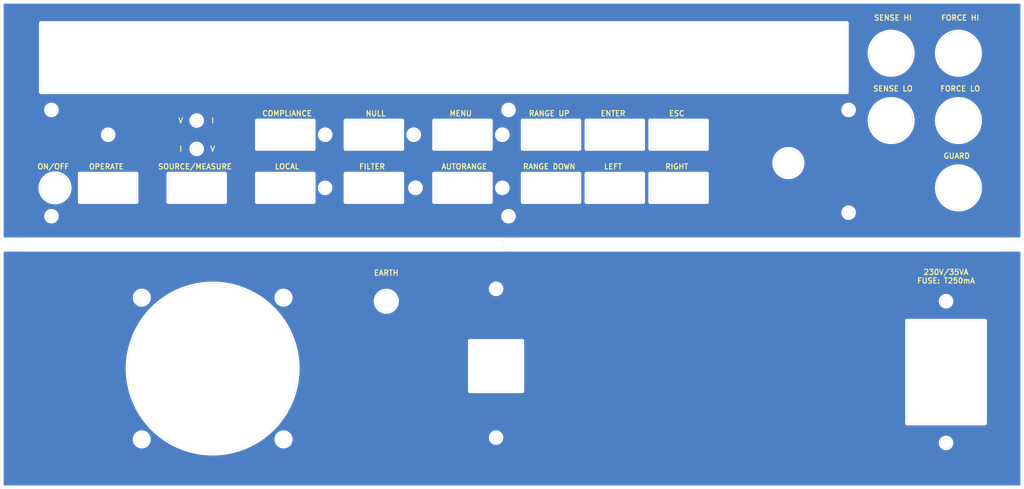
<source format=kicad_pcb>
(kicad_pcb (version 20171130) (host pcbnew 5.1.10-88a1d61d58~88~ubuntu18.04.1)

  (general
    (thickness 1.6)
    (drawings 382)
    (tracks 0)
    (zones 0)
    (modules 0)
    (nets 1)
  )

  (page A4)
  (layers
    (0 F.Cu signal)
    (31 B.Cu signal)
    (32 B.Adhes user)
    (33 F.Adhes user)
    (34 B.Paste user)
    (35 F.Paste user)
    (36 B.SilkS user)
    (37 F.SilkS user)
    (38 B.Mask user)
    (39 F.Mask user)
    (40 Dwgs.User user hide)
    (41 Cmts.User user)
    (42 Eco1.User user)
    (43 Eco2.User user)
    (44 Edge.Cuts user)
    (45 Margin user)
    (46 B.CrtYd user)
    (47 F.CrtYd user)
    (48 B.Fab user)
    (49 F.Fab user)
  )

  (setup
    (last_trace_width 0.25)
    (user_trace_width 0.2)
    (user_trace_width 0.3)
    (user_trace_width 0.4)
    (user_trace_width 0.5)
    (user_trace_width 0.7)
    (user_trace_width 1)
    (user_trace_width 1.2)
    (user_trace_width 1.5)
    (user_trace_width 0.2)
    (user_trace_width 0.3)
    (user_trace_width 0.4)
    (user_trace_width 0.5)
    (user_trace_width 0.7)
    (user_trace_width 1)
    (user_trace_width 1.2)
    (user_trace_width 1.5)
    (trace_clearance 0.2)
    (zone_clearance 0.508)
    (zone_45_only no)
    (trace_min 0.2)
    (via_size 0.8)
    (via_drill 0.4)
    (via_min_size 0.4)
    (via_min_drill 0.3)
    (user_via 0.6 0.3)
    (user_via 0.9 0.5)
    (user_via 1.5 1)
    (user_via 1.6 1.1)
    (user_via 3 2.2)
    (user_via 0.6 0.3)
    (user_via 0.9 0.5)
    (user_via 1.5 1)
    (user_via 1.6 1.1)
    (user_via 3 2.2)
    (uvia_size 0.3)
    (uvia_drill 0.1)
    (uvias_allowed no)
    (uvia_min_size 0.2)
    (uvia_min_drill 0.1)
    (edge_width 0.05)
    (segment_width 0.2)
    (pcb_text_width 0.3)
    (pcb_text_size 1.5 1.5)
    (mod_edge_width 0.12)
    (mod_text_size 1 1)
    (mod_text_width 0.15)
    (pad_size 1.524 1.524)
    (pad_drill 0.762)
    (pad_to_mask_clearance 0)
    (aux_axis_origin 0 0)
    (visible_elements FEFFFF7F)
    (pcbplotparams
      (layerselection 0x010fc_ffffffff)
      (usegerberextensions false)
      (usegerberattributes true)
      (usegerberadvancedattributes true)
      (creategerberjobfile true)
      (excludeedgelayer false)
      (linewidth 0.100000)
      (plotframeref false)
      (viasonmask false)
      (mode 1)
      (useauxorigin false)
      (hpglpennumber 1)
      (hpglpenspeed 20)
      (hpglpendiameter 15.000000)
      (psnegative false)
      (psa4output false)
      (plotreference true)
      (plotvalue false)
      (plotinvisibletext false)
      (padsonsilk false)
      (subtractmaskfromsilk false)
      (outputformat 1)
      (mirror false)
      (drillshape 0)
      (scaleselection 1)
      (outputdirectory "plot_back/"))
  )

  (net 0 "")

  (net_class Default "This is the default net class."
    (clearance 0.2)
    (trace_width 0.25)
    (via_dia 0.8)
    (via_drill 0.4)
    (uvia_dia 0.3)
    (uvia_drill 0.1)
  )

  (gr_line (start 283 68) (end 145 68) (layer Edge.Cuts) (width 0.05) (tstamp 60993AF1))
  (gr_line (start 283 70) (end 283 68) (layer Edge.Cuts) (width 0.05))
  (gr_line (start 145 70) (end 283 70) (layer Edge.Cuts) (width 0.05))
  (gr_line (start 145 68) (end 145 70) (layer Edge.Cuts) (width 0.05))
  (gr_line (start 142 68) (end 6 68) (layer Edge.Cuts) (width 0.05) (tstamp 60993AF0))
  (gr_line (start 142 70) (end 142 68) (layer Edge.Cuts) (width 0.05))
  (gr_line (start 6 70) (end 142 70) (layer Edge.Cuts) (width 0.05))
  (gr_line (start 6 68) (end 6 70) (layer Edge.Cuts) (width 0.05))
  (gr_line (start 286 70) (end 289 70) (layer Edge.Cuts) (width 0.05) (tstamp 60993AEF))
  (gr_line (start 286 68) (end 286 70) (layer Edge.Cuts) (width 0.05))
  (gr_line (start 289 68) (end 286 68) (layer Edge.Cuts) (width 0.05))
  (gr_line (start 3 70) (end 0 70) (layer Edge.Cuts) (width 0.05) (tstamp 60993AEE))
  (gr_line (start 3 68) (end 3 70) (layer Edge.Cuts) (width 0.05))
  (gr_line (start 0 68) (end 3 68) (layer Edge.Cuts) (width 0.05))
  (gr_text GUARD (at 270 44) (layer F.SilkS) (tstamp 6089E498)
    (effects (font (size 1.5 1.5) (thickness 0.3)))
  )
  (gr_text "FORCE LO" (at 271 25) (layer F.SilkS) (tstamp 6089E478)
    (effects (font (size 1.5 1.5) (thickness 0.3)))
  )
  (gr_text "SENSE LO" (at 252 25) (layer F.SilkS) (tstamp 6089E477)
    (effects (font (size 1.5 1.5) (thickness 0.3)))
  )
  (gr_text "FORCE HI" (at 271 5) (layer F.SilkS) (tstamp 6089E44F)
    (effects (font (size 1.5 1.5) (thickness 0.3)))
  )
  (gr_text "SENSE HI" (at 252 5) (layer F.SilkS) (tstamp 6089E3A7)
    (effects (font (size 1.5 1.5) (thickness 0.3)))
  )
  (gr_text ON/OFF (at 15 47) (layer F.SilkS) (tstamp 6089E3A7)
    (effects (font (size 1.5 1.5) (thickness 0.3)))
  )
  (gr_text RIGHT (at 191 47) (layer F.SilkS) (tstamp 6089E3A7)
    (effects (font (size 1.5 1.5) (thickness 0.3)))
  )
  (gr_text ESC (at 191 32) (layer F.SilkS) (tstamp 6089E3A7)
    (effects (font (size 1.5 1.5) (thickness 0.3)))
  )
  (gr_text LEFT (at 173 47) (layer F.SilkS) (tstamp 6089E3A7)
    (effects (font (size 1.5 1.5) (thickness 0.3)))
  )
  (gr_text ENTER (at 173 32) (layer F.SilkS) (tstamp 6089E3A7)
    (effects (font (size 1.5 1.5) (thickness 0.3)))
  )
  (gr_text "RANGE DOWN" (at 155 47) (layer F.SilkS) (tstamp 6089E3A7)
    (effects (font (size 1.5 1.5) (thickness 0.3)))
  )
  (gr_text "RANGE UP" (at 155 32) (layer F.SilkS) (tstamp 6089E3A7)
    (effects (font (size 1.5 1.5) (thickness 0.3)))
  )
  (gr_text AUTORANGE (at 131 47) (layer F.SilkS) (tstamp 6089E3A7)
    (effects (font (size 1.5 1.5) (thickness 0.3)))
  )
  (gr_text MENU (at 130 32) (layer F.SilkS) (tstamp 6089E3A7)
    (effects (font (size 1.5 1.5) (thickness 0.3)))
  )
  (gr_text FILTER (at 105 47) (layer F.SilkS) (tstamp 6089E3A7)
    (effects (font (size 1.5 1.5) (thickness 0.3)))
  )
  (gr_text NULL (at 106 32) (layer F.SilkS) (tstamp 6089E3A7)
    (effects (font (size 1.5 1.5) (thickness 0.3)))
  )
  (gr_text LOCAL (at 81 47) (layer F.SilkS) (tstamp 6089E3A7)
    (effects (font (size 1.5 1.5) (thickness 0.3)))
  )
  (gr_text COMPLIANCE (at 81 32) (layer F.SilkS) (tstamp 6089E3A7)
    (effects (font (size 1.5 1.5) (thickness 0.3)))
  )
  (gr_text V (at 60 42) (layer F.SilkS) (tstamp 6089E389)
    (effects (font (size 1.5 1.5) (thickness 0.3)))
  )
  (gr_text I (at 51 42) (layer F.SilkS) (tstamp 6089E389)
    (effects (font (size 1.5 1.5) (thickness 0.3)))
  )
  (gr_text I (at 60 34) (layer F.SilkS) (tstamp 6089E389)
    (effects (font (size 1.5 1.5) (thickness 0.3)))
  )
  (gr_text V (at 51 34) (layer F.SilkS)
    (effects (font (size 1.5 1.5) (thickness 0.3)))
  )
  (gr_text SOURCE/MEASURE (at 55 47) (layer F.SilkS)
    (effects (font (size 1.5 1.5) (thickness 0.3)))
  )
  (gr_text OPERATE (at 30 47) (layer F.SilkS)
    (effects (font (size 1.5 1.5) (thickness 0.3)))
  )
  (gr_line (start 289 0) (end 0 0) (layer Edge.Cuts) (width 0.05) (tstamp 6042A2E9))
  (gr_line (start 289 68) (end 289 0) (layer Edge.Cuts) (width 0.05) (tstamp 6042A2B3))
  (gr_line (start 0 0) (end 0 68) (layer Edge.Cuts) (width 0.05) (tstamp 6042A2EF))
  (gr_line (start 11.5 26) (end 11.5 6.5) (layer Edge.Cuts) (width 0.05) (tstamp 6042A376))
  (gr_line (start 239 26) (end 11.5 26) (layer Edge.Cuts) (width 0.05) (tstamp 6042A388))
  (gr_line (start 239 6.5) (end 239 26) (layer Edge.Cuts) (width 0.05) (tstamp 6042A2E3))
  (gr_line (start 11.5 6.5) (end 239 6.5) (layer Edge.Cuts) (width 0.05) (tstamp 6042A316))
  (gr_circle (center 239.5 31) (end 241 31) (layer Edge.Cuts) (width 0.05) (tstamp 6042A2F5))
  (gr_circle (center 239.5 60) (end 241 60) (layer Edge.Cuts) (width 0.05) (tstamp 6042A385))
  (gr_circle (center 143.5 61) (end 145 61) (layer Edge.Cuts) (width 0.05) (tstamp 6042A37C))
  (gr_circle (center 143.5 31) (end 145 31) (layer Edge.Cuts) (width 0.05) (tstamp 6042A370))
  (gr_circle (center 14.5 31) (end 16 31) (layer Edge.Cuts) (width 0.05) (tstamp 6042A2EC))
  (gr_circle (center 14.5 61) (end 16 61) (layer Edge.Cuts) (width 0.05) (tstamp 6042A2B0))
  (gr_circle (center 141.75 53) (end 143.25 53) (layer Edge.Cuts) (width 0.05) (tstamp 6042A382))
  (gr_circle (center 141.75 38) (end 143.25 38.25) (layer Edge.Cuts) (width 0.05) (tstamp 6042A301))
  (gr_circle (center 117.25 53) (end 118.75 52.75) (layer Edge.Cuts) (width 0.05) (tstamp 6042A379))
  (gr_circle (center 116.75 38) (end 118.25 38.25) (layer Edge.Cuts) (width 0.05) (tstamp 6042A2BC))
  (gr_circle (center 91.75 38) (end 93.25 38) (layer Edge.Cuts) (width 0.05) (tstamp 6042A2FB))
  (gr_circle (center 91.75 53) (end 93.25 53) (layer Edge.Cuts) (width 0.05) (tstamp 6042A2C2))
  (gr_circle (center 55.5 42) (end 57 42) (layer Edge.Cuts) (width 0.05) (tstamp 6042A2C5))
  (gr_circle (center 55.5 34) (end 57 34) (layer Edge.Cuts) (width 0.05) (tstamp 6042A2FE))
  (gr_circle (center 30.5 38) (end 32 38) (layer Edge.Cuts) (width 0.05) (tstamp 6042A2B6))
  (gr_circle (center 222.5 46) (end 226.5 46) (layer Edge.Cuts) (width 0.05) (tstamp 6042A304))
  (gr_line (start 183.5 49) (end 183.5 57) (layer Edge.Cuts) (width 0.05) (tstamp 6042A2F2))
  (gr_line (start 199.5 49) (end 183.5 49) (layer Edge.Cuts) (width 0.05) (tstamp 6042A2B9))
  (gr_line (start 183.5 57) (end 199.5 57) (layer Edge.Cuts) (width 0.05) (tstamp 6042A334))
  (gr_line (start 199.5 57) (end 199.5 49) (layer Edge.Cuts) (width 0.05) (tstamp 6042A328))
  (gr_line (start 183.5 34) (end 183.5 42) (layer Edge.Cuts) (width 0.05) (tstamp 6042A325))
  (gr_line (start 199.5 34) (end 183.5 34) (layer Edge.Cuts) (width 0.05) (tstamp 6042A2E6))
  (gr_line (start 183.5 42) (end 199.5 42) (layer Edge.Cuts) (width 0.05) (tstamp 6042A2C8))
  (gr_line (start 199.5 42) (end 199.5 34) (layer Edge.Cuts) (width 0.05) (tstamp 6042A2BF))
  (gr_line (start 165.5 49) (end 165.5 57) (layer Edge.Cuts) (width 0.05) (tstamp 6042A2F8))
  (gr_line (start 181.5 49) (end 165.5 49) (layer Edge.Cuts) (width 0.05) (tstamp 6042A319))
  (gr_line (start 165.5 57) (end 181.5 57) (layer Edge.Cuts) (width 0.05) (tstamp 6042A2CB))
  (gr_line (start 181.5 57) (end 181.5 49) (layer Edge.Cuts) (width 0.05) (tstamp 6042A33D))
  (gr_line (start 165.5 34) (end 165.5 42) (layer Edge.Cuts) (width 0.05) (tstamp 6042A337))
  (gr_line (start 181.5 34) (end 165.5 34) (layer Edge.Cuts) (width 0.05) (tstamp 6042A33A))
  (gr_line (start 165.5 42) (end 181.5 42) (layer Edge.Cuts) (width 0.05) (tstamp 6042A32E))
  (gr_line (start 181.5 42) (end 181.5 34) (layer Edge.Cuts) (width 0.05) (tstamp 6042A32B))
  (gr_line (start 147.5 49) (end 147.5 57) (layer Edge.Cuts) (width 0.05) (tstamp 6042A340))
  (gr_line (start 163.5 49) (end 147.5 49) (layer Edge.Cuts) (width 0.05) (tstamp 6042A313))
  (gr_line (start 147.5 57) (end 163.5 57) (layer Edge.Cuts) (width 0.05) (tstamp 6042A343))
  (gr_line (start 163.5 57) (end 163.5 49) (layer Edge.Cuts) (width 0.05) (tstamp 6042A2AA))
  (gr_line (start 147.5 34) (end 147.5 42) (layer Edge.Cuts) (width 0.05) (tstamp 6042A331))
  (gr_line (start 163.5 34) (end 147.5 34) (layer Edge.Cuts) (width 0.05) (tstamp 6042A322))
  (gr_line (start 147.5 42) (end 163.5 42) (layer Edge.Cuts) (width 0.05) (tstamp 6042A31F))
  (gr_line (start 163.5 42) (end 163.5 34) (layer Edge.Cuts) (width 0.05) (tstamp 6042A31C))
  (gr_line (start 122.5 34) (end 122.5 42) (layer Edge.Cuts) (width 0.05) (tstamp 6042A310))
  (gr_line (start 138.5 34) (end 122.5 34) (layer Edge.Cuts) (width 0.05) (tstamp 6042A30A))
  (gr_line (start 122.5 42) (end 138.5 42) (layer Edge.Cuts) (width 0.05) (tstamp 6042A30D))
  (gr_line (start 138.5 42) (end 138.5 34) (layer Edge.Cuts) (width 0.05) (tstamp 6042A307))
  (gr_line (start 122.5 49) (end 122.5 57) (layer Edge.Cuts) (width 0.05) (tstamp 6042A34F))
  (gr_line (start 138.5 49) (end 122.5 49) (layer Edge.Cuts) (width 0.05) (tstamp 6042A352))
  (gr_line (start 122.5 57) (end 138.5 57) (layer Edge.Cuts) (width 0.05) (tstamp 6042A34C))
  (gr_line (start 138.5 57) (end 138.5 49) (layer Edge.Cuts) (width 0.05) (tstamp 6042A3A9))
  (gr_line (start 97.5 49) (end 97.5 57) (layer Edge.Cuts) (width 0.05) (tstamp 6042A346))
  (gr_line (start 113.5 49) (end 97.5 49) (layer Edge.Cuts) (width 0.05) (tstamp 6042A349))
  (gr_line (start 97.5 57) (end 113.5 57) (layer Edge.Cuts) (width 0.05) (tstamp 6042A2CE))
  (gr_line (start 113.5 57) (end 113.5 49) (layer Edge.Cuts) (width 0.05) (tstamp 6042A35B))
  (gr_line (start 97.5 34) (end 97.5 42) (layer Edge.Cuts) (width 0.05) (tstamp 6042A358))
  (gr_line (start 113.5 34) (end 97.5 34) (layer Edge.Cuts) (width 0.05) (tstamp 6042A35E))
  (gr_line (start 97.5 42) (end 113.5 42) (layer Edge.Cuts) (width 0.05) (tstamp 6042A39D))
  (gr_line (start 113.5 42) (end 113.5 34) (layer Edge.Cuts) (width 0.05) (tstamp 6042A3A6))
  (gr_line (start 72.5 34) (end 72.5 42) (layer Edge.Cuts) (width 0.05) (tstamp 6042A36A))
  (gr_line (start 88.5 34) (end 72.5 34) (layer Edge.Cuts) (width 0.05) (tstamp 6042A37F))
  (gr_line (start 72.5 42) (end 88.5 42) (layer Edge.Cuts) (width 0.05) (tstamp 6042A36D))
  (gr_line (start 88.5 42) (end 88.5 34) (layer Edge.Cuts) (width 0.05) (tstamp 6042A3A0))
  (gr_line (start 72.5 49) (end 72.5 57) (layer Edge.Cuts) (width 0.05) (tstamp 6042A2AD))
  (gr_line (start 88.5 49) (end 72.5 49) (layer Edge.Cuts) (width 0.05) (tstamp 6042A2D4))
  (gr_line (start 72.5 57) (end 88.5 57) (layer Edge.Cuts) (width 0.05) (tstamp 6042A2D7))
  (gr_line (start 88.5 57) (end 88.5 49) (layer Edge.Cuts) (width 0.05) (tstamp 6042A3A3))
  (gr_line (start 47.5 49) (end 47.5 57) (layer Edge.Cuts) (width 0.05) (tstamp 6042A2DA))
  (gr_line (start 63.5 49) (end 47.5 49) (layer Edge.Cuts) (width 0.05) (tstamp 6042A2D1))
  (gr_line (start 47.5 57) (end 63.5 57) (layer Edge.Cuts) (width 0.05) (tstamp 6042A355))
  (gr_line (start 63.5 57) (end 63.5 49) (layer Edge.Cuts) (width 0.05) (tstamp 6042A361))
  (gr_line (start 38.5 49) (end 22.5 49) (layer Edge.Cuts) (width 0.05) (tstamp 6042A2E0))
  (gr_line (start 38.5 57) (end 38.5 49) (layer Edge.Cuts) (width 0.05) (tstamp 6042A367))
  (gr_line (start 22.5 57) (end 38.5 57) (layer Edge.Cuts) (width 0.05) (tstamp 6042A364))
  (gr_line (start 22.5 49) (end 22.5 57) (layer Edge.Cuts) (width 0.05) (tstamp 6042A2DD))
  (gr_circle (center 15.5 53) (end 19.5 54) (layer Edge.Cuts) (width 0.05) (tstamp 6042A39A))
  (gr_circle (center 270.5 53) (end 276.6 53) (layer Edge.Cuts) (width 0.05) (tstamp 6042A397))
  (gr_circle (center 270.5 15) (end 276.6 15) (layer Edge.Cuts) (width 0.05) (tstamp 6042A394))
  (gr_circle (center 270.5 34) (end 276.6 34) (layer Edge.Cuts) (width 0.05) (tstamp 6042A391))
  (gr_circle (center 251.5 34) (end 257.6 34) (layer Edge.Cuts) (width 0.05) (tstamp 6042A38E))
  (gr_circle (center 251.5 15) (end 257.6 15) (layer Edge.Cuts) (width 0.05) (tstamp 6042A38B))
  (gr_text "230V/35VA\nFUSE: T250mA" (at 267 78) (layer F.SilkS) (tstamp 608B4190)
    (effects (font (size 1.5 1.5) (thickness 0.3)))
  )
  (gr_text EARTH (at 109 77) (layer F.SilkS)
    (effects (font (size 1.5 1.5) (thickness 0.3)))
  )
  (gr_circle (center 109 85) (end 106 85) (layer Edge.Cuts) (width 0.05))
  (gr_line (start 256 90.5) (end 278 90.5) (layer Edge.Cuts) (width 0.05) (tstamp 608B4064))
  (gr_line (start 256 119.5) (end 256 90.5) (layer Edge.Cuts) (width 0.05) (tstamp 608B4070))
  (gr_line (start 278 119.5) (end 256 119.5) (layer Edge.Cuts) (width 0.05) (tstamp 608B406D))
  (gr_line (start 278 90.5) (end 278 119.5) (layer Edge.Cuts) (width 0.05) (tstamp 608B4061))
  (gr_circle (center 140 123.5) (end 138.5 123.5) (layer Edge.Cuts) (width 0.05))
  (gr_circle (center 140 81.5) (end 138.5 81.5) (layer Edge.Cuts) (width 0.05))
  (gr_line (start 132.6 96.2) (end 147.4 96.2) (layer Edge.Cuts) (width 0.05) (tstamp 608AB015))
  (gr_line (start 132.6 110.4) (end 132.6 96.2) (layer Edge.Cuts) (width 0.05))
  (gr_line (start 147.4 110.4) (end 132.6 110.4) (layer Edge.Cuts) (width 0.05))
  (gr_line (start 147.4 96.2) (end 147.4 110.4) (layer Edge.Cuts) (width 0.05))
  (gr_line (start 141.925 109.9283) (end 141.9246 109.9246) (layer Dwgs.User) (width 0.2))
  (gr_line (start 141.9261 109.9393) (end 141.925 109.9283) (layer Dwgs.User) (width 0.2))
  (gr_line (start 141.9304 109.9534) (end 141.9261 109.9393) (layer Dwgs.User) (width 0.2))
  (gr_line (start 159 77.449238) (end 159.014702 77.450686) (layer Dwgs.User) (width 0.2))
  (gr_line (start 158.996324 77.4496) (end 159 77.449238) (layer Dwgs.User) (width 0.2))
  (gr_line (start 159.02884 127.5942) (end 159.014702 127.5985) (layer Dwgs.User) (width 0.2))
  (gr_line (start 148.9963 77.449601) (end 149 77.449238) (layer Dwgs.User) (width 0.2))
  (gr_line (start 139.0037 77.449601) (end 148.9963 77.449601) (layer Dwgs.User) (width 0.2))
  (gr_line (start 159.053289 127.5779) (end 159.041869 127.5873) (layer Dwgs.User) (width 0.2))
  (gr_line (start 153.06963 81.553439) (end 153.06266 81.56647) (layer Dwgs.User) (width 0.2))
  (gr_line (start 153.07391 81.5393) (end 153.06963 81.553439) (layer Dwgs.User) (width 0.2))
  (gr_line (start 138.9261 127.5393) (end 138.925 127.5283) (layer Dwgs.User) (width 0.2))
  (gr_line (start 138.9304 127.5534) (end 138.9261 127.5393) (layer Dwgs.User) (width 0.2))
  (gr_line (start 142.0037 109.9996) (end 142 110) (layer Dwgs.User) (width 0.2))
  (gr_line (start 155.99632 109.9996) (end 142.0037 109.9996) (layer Dwgs.User) (width 0.2))
  (gr_line (start 156 110) (end 155.99632 109.9996) (layer Dwgs.User) (width 0.2))
  (gr_line (start 148.9304 85.55344) (end 148.9261 85.539299) (layer Dwgs.User) (width 0.2))
  (gr_line (start 148.9373 85.566469) (end 148.9304 85.55344) (layer Dwgs.User) (width 0.2))
  (gr_line (start 148.9467 85.57789) (end 148.9373 85.566469) (layer Dwgs.User) (width 0.2))
  (gr_line (start 148.9581 85.587259) (end 148.9467 85.57789) (layer Dwgs.User) (width 0.2))
  (gr_line (start 148.9712 85.59423) (end 148.9581 85.587259) (layer Dwgs.User) (width 0.2))
  (gr_line (start 148.9853 85.59851) (end 148.9712 85.59423) (layer Dwgs.User) (width 0.2))
  (gr_line (start 149.075 81.5996) (end 149.075 85.52827) (layer Dwgs.User) (width 0.2))
  (gr_line (start 153.00368 81.5996) (end 149.075 81.5996) (layer Dwgs.User) (width 0.2))
  (gr_line (start 153.0147 81.598509) (end 153.00368 81.5996) (layer Dwgs.User) (width 0.2))
  (gr_line (start 149.07391 126.5393) (end 149.06963 126.5534) (layer Dwgs.User) (width 0.2))
  (gr_line (start 149.075 126.5283) (end 149.07391 126.5393) (layer Dwgs.User) (width 0.2))
  (gr_line (start 149.075 123.5996) (end 149.075 126.5283) (layer Dwgs.User) (width 0.2))
  (gr_line (start 152.00368 123.5996) (end 149.075 123.5996) (layer Dwgs.User) (width 0.2))
  (gr_line (start 148.925 81.5996) (end 144.9963 81.5996) (layer Dwgs.User) (width 0.2))
  (gr_line (start 148.925 85.52827) (end 148.925 81.5996) (layer Dwgs.User) (width 0.2))
  (gr_line (start 148.9261 85.539299) (end 148.925 85.52827) (layer Dwgs.User) (width 0.2))
  (gr_line (start 159.069625 77.49576) (end 159.073914 77.509898) (layer Dwgs.User) (width 0.2))
  (gr_line (start 159.06266 77.482731) (end 159.069625 77.49576) (layer Dwgs.User) (width 0.2))
  (gr_line (start 138.9467 77.471311) (end 138.9581 77.46194) (layer Dwgs.User) (width 0.2))
  (gr_line (start 138.9373 77.482731) (end 138.9467 77.471311) (layer Dwgs.User) (width 0.2))
  (gr_line (start 159.041869 127.5873) (end 159.02884 127.5942) (layer Dwgs.User) (width 0.2))
  (gr_line (start 152.06266 123.5665) (end 152.05329 123.5779) (layer Dwgs.User) (width 0.2))
  (gr_line (start 152.06963 123.5534) (end 152.06266 123.5665) (layer Dwgs.User) (width 0.2))
  (gr_line (start 152.07391 123.5393) (end 152.06963 123.5534) (layer Dwgs.User) (width 0.2))
  (gr_line (start 155.925 109.8496) (end 155.925 96.7996) (layer Dwgs.User) (width 0.2))
  (gr_line (start 138.925 77.520925) (end 138.9261 77.509898) (layer Dwgs.User) (width 0.2))
  (gr_line (start 138.9246 77.5246) (end 138.925 77.520925) (layer Dwgs.User) (width 0.2))
  (gr_line (start 152.04187 123.4619) (end 152.05329 123.4713) (layer Dwgs.User) (width 0.2))
  (gr_line (start 152.02884 123.455) (end 152.04187 123.4619) (layer Dwgs.User) (width 0.2))
  (gr_line (start 152.0147 123.4507) (end 152.02884 123.455) (layer Dwgs.User) (width 0.2))
  (gr_line (start 152.00367 123.4496) (end 152.0147 123.4507) (layer Dwgs.User) (width 0.2))
  (gr_line (start 141.9261 96.7099) (end 141.9304 96.6958) (layer Dwgs.User) (width 0.2))
  (gr_line (start 141.925 96.7209) (end 141.9261 96.7099) (layer Dwgs.User) (width 0.2))
  (gr_line (start 141.9246 96.7246) (end 141.925 96.7209) (layer Dwgs.User) (width 0.2))
  (gr_line (start 152.07536 123.5246) (end 152.07391 123.5393) (layer Dwgs.User) (width 0.2))
  (gr_line (start 138.9246 127.5246) (end 138.925 127.5209) (layer Dwgs.User) (width 0.2))
  (gr_line (start 138.925 127.5283) (end 138.9246 127.5246) (layer Dwgs.User) (width 0.2))
  (gr_line (start 149.00368 77.4496) (end 158.996324 77.4496) (layer Dwgs.User) (width 0.2))
  (gr_line (start 149 77.449238) (end 149.00368 77.4496) (layer Dwgs.User) (width 0.2))
  (gr_line (start 138.9712 77.454975) (end 138.9853 77.450686) (layer Dwgs.User) (width 0.2))
  (gr_line (start 138.9581 77.46194) (end 138.9712 77.454975) (layer Dwgs.User) (width 0.2))
  (gr_line (start 139.075 127.4496) (end 158.925 127.4496) (layer Dwgs.User) (width 0.2))
  (gr_line (start 139.075 77.5996) (end 139.075 127.4496) (layer Dwgs.User) (width 0.2))
  (gr_line (start 148.925 77.5996) (end 139.075 77.5996) (layer Dwgs.User) (width 0.2))
  (gr_line (start 156.02884 96.655) (end 156.04187 96.6619) (layer Dwgs.User) (width 0.2))
  (gr_line (start 156.0147 96.6507) (end 156.02884 96.655) (layer Dwgs.User) (width 0.2))
  (gr_line (start 156 96.6492) (end 156.0147 96.6507) (layer Dwgs.User) (width 0.2))
  (gr_line (start 144.9373 81.56647) (end 144.9304 81.553439) (layer Dwgs.User) (width 0.2))
  (gr_line (start 144.9467 81.577889) (end 144.9373 81.56647) (layer Dwgs.User) (width 0.2))
  (gr_line (start 144.9581 81.58726) (end 144.9467 81.577889) (layer Dwgs.User) (width 0.2))
  (gr_line (start 156.075 109.920899) (end 156.07536 109.9246) (layer Dwgs.User) (width 0.2))
  (gr_line (start 156.075 96.7283) (end 156.075 109.920899) (layer Dwgs.User) (width 0.2))
  (gr_line (start 156.07536 96.7246) (end 156.075 96.7283) (layer Dwgs.User) (width 0.2))
  (gr_line (start 138.925 77.528275) (end 138.9246 77.5246) (layer Dwgs.User) (width 0.2))
  (gr_line (start 138.925 127.5209) (end 138.925 77.528275) (layer Dwgs.User) (width 0.2))
  (gr_line (start 159.02884 77.454975) (end 159.041869 77.46194) (layer Dwgs.User) (width 0.2))
  (gr_line (start 159.014702 77.450686) (end 159.02884 77.454975) (layer Dwgs.User) (width 0.2))
  (gr_line (start 141.9467 96.6713) (end 141.9581 96.6619) (layer Dwgs.User) (width 0.2))
  (gr_line (start 141.9373 96.6827) (end 141.9467 96.6713) (layer Dwgs.User) (width 0.2))
  (gr_line (start 141.9304 96.6958) (end 141.9373 96.6827) (layer Dwgs.User) (width 0.2))
  (gr_line (start 156.075 96.7209) (end 156.07536 96.7246) (layer Dwgs.User) (width 0.2))
  (gr_line (start 156.07391 96.7099) (end 156.075 96.7209) (layer Dwgs.User) (width 0.2))
  (gr_line (start 156.06963 96.6958) (end 156.07391 96.7099) (layer Dwgs.User) (width 0.2))
  (gr_line (start 159.053289 77.471311) (end 159.06266 77.482731) (layer Dwgs.User) (width 0.2))
  (gr_line (start 159.041869 77.46194) (end 159.053289 77.471311) (layer Dwgs.User) (width 0.2))
  (gr_line (start 149.06963 85.55344) (end 149.06266 85.566469) (layer Dwgs.User) (width 0.2))
  (gr_line (start 149.07391 85.539299) (end 149.06963 85.55344) (layer Dwgs.User) (width 0.2))
  (gr_line (start 149.075 85.52827) (end 149.07391 85.539299) (layer Dwgs.User) (width 0.2))
  (gr_line (start 153.05329 81.47131) (end 153.06266 81.48273) (layer Dwgs.User) (width 0.2))
  (gr_line (start 153.04187 81.46194) (end 153.05329 81.47131) (layer Dwgs.User) (width 0.2))
  (gr_line (start 141.9853 96.6507) (end 142 96.6492) (layer Dwgs.User) (width 0.2))
  (gr_line (start 141.9712 96.655) (end 141.9853 96.6507) (layer Dwgs.User) (width 0.2))
  (gr_line (start 141.9581 96.6619) (end 141.9712 96.655) (layer Dwgs.User) (width 0.2))
  (gr_line (start 139.0037 127.5996) (end 139 127.6) (layer Dwgs.User) (width 0.2))
  (gr_line (start 158.996324 127.5996) (end 139.0037 127.5996) (layer Dwgs.User) (width 0.2))
  (gr_line (start 138.9373 127.5665) (end 138.9304 127.5534) (layer Dwgs.User) (width 0.2))
  (gr_line (start 138.9467 127.5779) (end 138.9373 127.5665) (layer Dwgs.User) (width 0.2))
  (gr_line (start 144.9712 81.594219) (end 144.9581 81.58726) (layer Dwgs.User) (width 0.2))
  (gr_line (start 144.9853 81.598509) (end 144.9712 81.594219) (layer Dwgs.User) (width 0.2))
  (gr_line (start 144.9963 81.5996) (end 144.9853 81.598509) (layer Dwgs.User) (width 0.2))
  (gr_line (start 149.04187 85.587259) (end 149.02884 85.59423) (layer Dwgs.User) (width 0.2))
  (gr_line (start 149.05329 85.57789) (end 149.04187 85.587259) (layer Dwgs.User) (width 0.2))
  (gr_line (start 149.06266 85.566469) (end 149.05329 85.57789) (layer Dwgs.User) (width 0.2))
  (gr_line (start 156.0147 109.9985) (end 156 110) (layer Dwgs.User) (width 0.2))
  (gr_line (start 156.02884 109.9942) (end 156.0147 109.9985) (layer Dwgs.User) (width 0.2))
  (gr_line (start 156.04187 109.987299) (end 156.02884 109.9942) (layer Dwgs.User) (width 0.2))
  (gr_line (start 156.07391 109.9393) (end 156.06963 109.9534) (layer Dwgs.User) (width 0.2))
  (gr_line (start 156.075 109.9283) (end 156.07391 109.9393) (layer Dwgs.User) (width 0.2))
  (gr_line (start 158.925 127.4496) (end 158.925 77.5996) (layer Dwgs.User) (width 0.2))
  (gr_line (start 156.06266 96.6827) (end 156.06963 96.6958) (layer Dwgs.User) (width 0.2))
  (gr_line (start 156.05329 96.6713) (end 156.06266 96.6827) (layer Dwgs.User) (width 0.2))
  (gr_line (start 156.04187 96.6619) (end 156.05329 96.6713) (layer Dwgs.User) (width 0.2))
  (gr_line (start 152.0147 123.5985) (end 152.00368 123.5996) (layer Dwgs.User) (width 0.2))
  (gr_line (start 152.02884 123.5942) (end 152.0147 123.5985) (layer Dwgs.User) (width 0.2))
  (gr_line (start 152.04187 123.5873) (end 152.02884 123.5942) (layer Dwgs.User) (width 0.2))
  (gr_line (start 152.05329 123.5779) (end 152.04187 123.5873) (layer Dwgs.User) (width 0.2))
  (gr_line (start 138.9581 127.5873) (end 138.9467 127.5779) (layer Dwgs.User) (width 0.2))
  (gr_line (start 138.9712 127.5942) (end 138.9581 127.5873) (layer Dwgs.User) (width 0.2))
  (gr_line (start 152.07391 123.5099) (end 152.07536 123.5246) (layer Dwgs.User) (width 0.2))
  (gr_line (start 152.06963 123.4958) (end 152.07391 123.5099) (layer Dwgs.User) (width 0.2))
  (gr_line (start 152.06266 123.4827) (end 152.06963 123.4958) (layer Dwgs.User) (width 0.2))
  (gr_line (start 152.05329 123.4713) (end 152.06266 123.4827) (layer Dwgs.User) (width 0.2))
  (gr_line (start 144.9712 81.45497) (end 144.9853 81.45069) (layer Dwgs.User) (width 0.2))
  (gr_line (start 144.9581 81.46194) (end 144.9712 81.45497) (layer Dwgs.User) (width 0.2))
  (gr_line (start 144.9467 81.47131) (end 144.9581 81.46194) (layer Dwgs.User) (width 0.2))
  (gr_line (start 142.075 109.8496) (end 155.925 109.8496) (layer Dwgs.User) (width 0.2))
  (gr_line (start 142.075 96.7996) (end 142.075 109.8496) (layer Dwgs.User) (width 0.2))
  (gr_line (start 155.925 96.7996) (end 142.075 96.7996) (layer Dwgs.User) (width 0.2))
  (gr_line (start 156.07536 109.9246) (end 156.075 109.9283) (layer Dwgs.User) (width 0.2))
  (gr_line (start 153.06963 81.49576) (end 153.07391 81.5099) (layer Dwgs.User) (width 0.2))
  (gr_line (start 153.06266 81.48273) (end 153.06963 81.49576) (layer Dwgs.User) (width 0.2))
  (gr_line (start 138.9853 127.5985) (end 138.9712 127.5942) (layer Dwgs.User) (width 0.2))
  (gr_line (start 139 127.6) (end 138.9853 127.5985) (layer Dwgs.User) (width 0.2))
  (gr_line (start 153.07536 81.5246) (end 153.07391 81.5393) (layer Dwgs.User) (width 0.2))
  (gr_line (start 153.07391 81.5099) (end 153.07536 81.5246) (layer Dwgs.User) (width 0.2))
  (gr_line (start 149 85.59996) (end 148.9853 85.59851) (layer Dwgs.User) (width 0.2))
  (gr_line (start 149.0147 85.59851) (end 149 85.59996) (layer Dwgs.User) (width 0.2))
  (gr_line (start 149.02884 85.59423) (end 149.0147 85.59851) (layer Dwgs.User) (width 0.2))
  (gr_line (start 155.99632 96.6496) (end 156 96.6492) (layer Dwgs.User) (width 0.2))
  (gr_line (start 142.0037 96.6496) (end 155.99632 96.6496) (layer Dwgs.User) (width 0.2))
  (gr_line (start 142 96.6492) (end 142.0037 96.6496) (layer Dwgs.User) (width 0.2))
  (gr_line (start 156.05329 109.9779) (end 156.04187 109.987299) (layer Dwgs.User) (width 0.2))
  (gr_line (start 156.06266 109.966499) (end 156.05329 109.9779) (layer Dwgs.User) (width 0.2))
  (gr_line (start 156.06963 109.9534) (end 156.06266 109.966499) (layer Dwgs.User) (width 0.2))
  (gr_line (start 148.925 81.4496) (end 148.925 77.5996) (layer Dwgs.User) (width 0.2))
  (gr_line (start 144.9963 81.4496) (end 148.925 81.4496) (layer Dwgs.User) (width 0.2))
  (gr_line (start 144.9853 81.45069) (end 144.9963 81.4496) (layer Dwgs.User) (width 0.2))
  (gr_line (start 144.9373 81.48273) (end 144.9467 81.47131) (layer Dwgs.User) (width 0.2))
  (gr_line (start 144.9304 81.49576) (end 144.9373 81.48273) (layer Dwgs.User) (width 0.2))
  (gr_line (start 144.9261 81.5099) (end 144.9304 81.49576) (layer Dwgs.User) (width 0.2))
  (gr_line (start 153.05329 81.577889) (end 153.04187 81.58726) (layer Dwgs.User) (width 0.2))
  (gr_line (start 153.06266 81.56647) (end 153.05329 81.577889) (layer Dwgs.User) (width 0.2))
  (gr_line (start 153.02884 81.594219) (end 153.0147 81.598509) (layer Dwgs.User) (width 0.2))
  (gr_line (start 153.04187 81.58726) (end 153.02884 81.594219) (layer Dwgs.User) (width 0.2))
  (gr_line (start 153.02884 81.45498) (end 153.04187 81.46194) (layer Dwgs.User) (width 0.2))
  (gr_line (start 153.0147 81.45069) (end 153.02884 81.45498) (layer Dwgs.User) (width 0.2))
  (gr_line (start 153.00368 81.4496) (end 153.0147 81.45069) (layer Dwgs.User) (width 0.2))
  (gr_line (start 149.075 81.4496) (end 153.00368 81.4496) (layer Dwgs.User) (width 0.2))
  (gr_line (start 149.075 77.5996) (end 149.075 81.4496) (layer Dwgs.User) (width 0.2))
  (gr_line (start 158.925 77.5996) (end 149.075 77.5996) (layer Dwgs.User) (width 0.2))
  (gr_line (start 138.9304 77.49576) (end 138.9373 77.482731) (layer Dwgs.User) (width 0.2))
  (gr_line (start 138.9261 77.509898) (end 138.9304 77.49576) (layer Dwgs.User) (width 0.2))
  (gr_line (start 159.075362 127.5246) (end 159.075 127.5283) (layer Dwgs.User) (width 0.2))
  (gr_line (start 159.075 127.5209) (end 159.075362 127.5246) (layer Dwgs.User) (width 0.2))
  (gr_line (start 159.075 77.528275) (end 159.075 127.5209) (layer Dwgs.User) (width 0.2))
  (gr_line (start 159.075362 77.5246) (end 159.075 77.528275) (layer Dwgs.User) (width 0.2))
  (gr_line (start 159.075 77.520925) (end 159.075362 77.5246) (layer Dwgs.User) (width 0.2))
  (gr_line (start 159.073914 77.509898) (end 159.075 77.520925) (layer Dwgs.User) (width 0.2))
  (gr_line (start 141.925 96.7283) (end 141.9246 96.7246) (layer Dwgs.User) (width 0.2))
  (gr_line (start 141.925 109.920899) (end 141.925 96.7283) (layer Dwgs.User) (width 0.2))
  (gr_line (start 141.9246 109.9246) (end 141.925 109.920899) (layer Dwgs.User) (width 0.2))
  (gr_line (start 141.9373 109.966499) (end 141.9304 109.9534) (layer Dwgs.User) (width 0.2))
  (gr_line (start 141.9467 109.9779) (end 141.9373 109.966499) (layer Dwgs.User) (width 0.2))
  (gr_line (start 141.9581 109.987299) (end 141.9467 109.9779) (layer Dwgs.User) (width 0.2))
  (gr_line (start 139 77.449238) (end 139.0037 77.449601) (layer Dwgs.User) (width 0.2))
  (gr_line (start 138.9853 77.450686) (end 139 77.449238) (layer Dwgs.User) (width 0.2))
  (gr_line (start 144.9246 81.5246) (end 144.9261 81.5099) (layer Dwgs.User) (width 0.2))
  (gr_line (start 144.9261 81.5393) (end 144.9246 81.5246) (layer Dwgs.User) (width 0.2))
  (gr_line (start 144.9304 81.553439) (end 144.9261 81.5393) (layer Dwgs.User) (width 0.2))
  (gr_line (start 159.069625 127.5534) (end 159.06266 127.5665) (layer Dwgs.User) (width 0.2))
  (gr_line (start 159.075 127.5283) (end 159.073914 127.5393) (layer Dwgs.User) (width 0.2))
  (gr_line (start 159.073914 127.5393) (end 159.069625 127.5534) (layer Dwgs.User) (width 0.2))
  (gr_line (start 159.06266 127.5665) (end 159.053289 127.5779) (layer Dwgs.User) (width 0.2))
  (gr_line (start 149.06266 120.4827) (end 149.06963 120.4958) (layer Dwgs.User) (width 0.2))
  (gr_line (start 149.05329 120.4713) (end 149.06266 120.4827) (layer Dwgs.User) (width 0.2))
  (gr_line (start 149.04187 120.4619) (end 149.05329 120.4713) (layer Dwgs.User) (width 0.2))
  (gr_line (start 149.02884 120.455) (end 149.04187 120.4619) (layer Dwgs.User) (width 0.2))
  (gr_line (start 149.0147 120.4507) (end 149.02884 120.455) (layer Dwgs.User) (width 0.2))
  (gr_line (start 149 120.4492) (end 149.0147 120.4507) (layer Dwgs.User) (width 0.2))
  (gr_line (start 148.9853 120.4507) (end 149 120.4492) (layer Dwgs.User) (width 0.2))
  (gr_line (start 148.9712 120.455) (end 148.9853 120.4507) (layer Dwgs.User) (width 0.2))
  (gr_line (start 148.9581 120.4619) (end 148.9712 120.455) (layer Dwgs.User) (width 0.2))
  (gr_line (start 148.9467 120.4713) (end 148.9581 120.4619) (layer Dwgs.User) (width 0.2))
  (gr_line (start 148.9373 120.4827) (end 148.9467 120.4713) (layer Dwgs.User) (width 0.2))
  (gr_line (start 148.9304 120.4958) (end 148.9373 120.4827) (layer Dwgs.User) (width 0.2))
  (gr_line (start 148.9261 120.5099) (end 148.9304 120.4958) (layer Dwgs.User) (width 0.2))
  (gr_line (start 148.925 120.5209) (end 148.9261 120.5099) (layer Dwgs.User) (width 0.2))
  (gr_line (start 148.925 123.4496) (end 148.925 120.5209) (layer Dwgs.User) (width 0.2))
  (gr_line (start 145.9963 123.4496) (end 148.925 123.4496) (layer Dwgs.User) (width 0.2))
  (gr_line (start 145.9853 123.4507) (end 145.9963 123.4496) (layer Dwgs.User) (width 0.2))
  (gr_line (start 145.9712 123.455) (end 145.9853 123.4507) (layer Dwgs.User) (width 0.2))
  (gr_line (start 145.9581 123.4619) (end 145.9712 123.455) (layer Dwgs.User) (width 0.2))
  (gr_line (start 145.9467 123.4713) (end 145.9581 123.4619) (layer Dwgs.User) (width 0.2))
  (gr_line (start 145.9373 123.4827) (end 145.9467 123.4713) (layer Dwgs.User) (width 0.2))
  (gr_line (start 145.9304 123.4958) (end 145.9373 123.4827) (layer Dwgs.User) (width 0.2))
  (gr_line (start 145.9261 123.5099) (end 145.9304 123.4958) (layer Dwgs.User) (width 0.2))
  (gr_line (start 145.9246 123.5246) (end 145.9261 123.5099) (layer Dwgs.User) (width 0.2))
  (gr_line (start 145.9261 123.5393) (end 145.9246 123.5246) (layer Dwgs.User) (width 0.2))
  (gr_line (start 145.9304 123.5534) (end 145.9261 123.5393) (layer Dwgs.User) (width 0.2))
  (gr_line (start 145.9373 123.5665) (end 145.9304 123.5534) (layer Dwgs.User) (width 0.2))
  (gr_line (start 145.9467 123.5779) (end 145.9373 123.5665) (layer Dwgs.User) (width 0.2))
  (gr_line (start 145.9581 123.5873) (end 145.9467 123.5779) (layer Dwgs.User) (width 0.2))
  (gr_line (start 145.9712 123.5942) (end 145.9581 123.5873) (layer Dwgs.User) (width 0.2))
  (gr_line (start 145.9853 123.5985) (end 145.9712 123.5942) (layer Dwgs.User) (width 0.2))
  (gr_line (start 145.9963 123.5996) (end 145.9853 123.5985) (layer Dwgs.User) (width 0.2))
  (gr_line (start 148.925 123.5996) (end 145.9963 123.5996) (layer Dwgs.User) (width 0.2))
  (gr_line (start 148.925 126.5283) (end 148.925 123.5996) (layer Dwgs.User) (width 0.2))
  (gr_line (start 148.9261 126.5393) (end 148.925 126.5283) (layer Dwgs.User) (width 0.2))
  (gr_line (start 148.9304 126.5534) (end 148.9261 126.5393) (layer Dwgs.User) (width 0.2))
  (gr_line (start 148.9373 126.5665) (end 148.9304 126.5534) (layer Dwgs.User) (width 0.2))
  (gr_line (start 148.9467 126.5779) (end 148.9373 126.5665) (layer Dwgs.User) (width 0.2))
  (gr_line (start 148.9581 126.5873) (end 148.9467 126.5779) (layer Dwgs.User) (width 0.2))
  (gr_line (start 148.9712 126.5942) (end 148.9581 126.5873) (layer Dwgs.User) (width 0.2))
  (gr_line (start 148.9853 126.5985) (end 148.9712 126.5942) (layer Dwgs.User) (width 0.2))
  (gr_line (start 149 126.6) (end 148.9853 126.5985) (layer Dwgs.User) (width 0.2))
  (gr_line (start 149.0147 126.5985) (end 149 126.6) (layer Dwgs.User) (width 0.2))
  (gr_line (start 149.02884 126.5942) (end 149.0147 126.5985) (layer Dwgs.User) (width 0.2))
  (gr_line (start 149.04187 126.5873) (end 149.02884 126.5942) (layer Dwgs.User) (width 0.2))
  (gr_line (start 149.05329 126.5779) (end 149.04187 126.5873) (layer Dwgs.User) (width 0.2))
  (gr_line (start 149.06266 126.5665) (end 149.05329 126.5779) (layer Dwgs.User) (width 0.2))
  (gr_line (start 149.06963 126.5534) (end 149.06266 126.5665) (layer Dwgs.User) (width 0.2))
  (gr_line (start 149.075 123.4496) (end 152.00367 123.4496) (layer Dwgs.User) (width 0.2))
  (gr_line (start 149.075 120.5209) (end 149.075 123.4496) (layer Dwgs.User) (width 0.2))
  (gr_line (start 149.07391 120.5099) (end 149.075 120.5209) (layer Dwgs.User) (width 0.2))
  (gr_line (start 149.06963 120.4958) (end 149.07391 120.5099) (layer Dwgs.User) (width 0.2))
  (gr_line (start 159 127.6) (end 158.996324 127.5996) (layer Dwgs.User) (width 0.2))
  (gr_line (start 159.014702 127.5985) (end 159 127.6) (layer Dwgs.User) (width 0.2))
  (gr_line (start 141.9712 109.9942) (end 141.9581 109.987299) (layer Dwgs.User) (width 0.2))
  (gr_line (start 141.9853 109.9985) (end 141.9712 109.9942) (layer Dwgs.User) (width 0.2))
  (gr_line (start 142 110) (end 141.9853 109.9985) (layer Dwgs.User) (width 0.2))
  (gr_circle (center 60 104) (end 36 104) (layer Edge.Cuts) (width 0.05) (tstamp 6042A6FA))
  (gr_circle (center 267 125) (end 265.5 125) (layer Edge.Cuts) (width 0.05) (tstamp 608B406A))
  (gr_circle (center 267 85) (end 265.5 85) (layer Edge.Cuts) (width 0.05) (tstamp 608B4067))
  (gr_circle (center 40 124) (end 38 124) (layer Edge.Cuts) (width 0.05) (tstamp 6042A59A))
  (gr_circle (center 40 84) (end 38 84) (layer Edge.Cuts) (width 0.05) (tstamp 6042A5A6))
  (gr_circle (center 80 124) (end 78 124) (layer Edge.Cuts) (width 0.05) (tstamp 6042A5A3))
  (gr_circle (center 80 84) (end 78 84) (layer Edge.Cuts) (width 0.05) (tstamp 6042A5B5))
  (gr_line (start 0 138) (end 0 70) (layer Edge.Cuts) (width 0.05) (tstamp 6042A2B3))
  (gr_line (start 289 138) (end 0 138) (layer Edge.Cuts) (width 0.05) (tstamp 6042A373))
  (gr_line (start 289 70) (end 289 138) (layer Edge.Cuts) (width 0.05) (tstamp 6042A2EF))

  (zone (net 0) (net_name "") (layer B.Cu) (tstamp 60993966) (hatch edge 0.508)
    (connect_pads yes (clearance 0.508))
    (min_thickness 0.254)
    (fill yes (arc_segments 32) (thermal_gap 0.508) (thermal_bridge_width 0.508))
    (polygon
      (pts
        (xy 288 137) (xy 1 137) (xy 1 71) (xy 288 71)
      )
    )
    (filled_polygon
      (pts
        (xy 287.873 136.873) (xy 1.127 136.873) (xy 1.127 123.737314) (xy 37.332905 123.737314) (xy 37.332905 124.262686)
        (xy 37.4354 124.777963) (xy 37.636451 125.263343) (xy 37.928332 125.700174) (xy 38.299826 126.071668) (xy 38.736657 126.363549)
        (xy 39.222037 126.5646) (xy 39.737314 126.667095) (xy 40.262686 126.667095) (xy 40.777963 126.5646) (xy 41.263343 126.363549)
        (xy 41.700174 126.071668) (xy 42.071668 125.700174) (xy 42.363549 125.263343) (xy 42.5646 124.777963) (xy 42.667095 124.262686)
        (xy 42.667095 123.737314) (xy 42.5646 123.222037) (xy 42.363549 122.736657) (xy 42.071668 122.299826) (xy 41.700174 121.928332)
        (xy 41.263343 121.636451) (xy 40.777963 121.4354) (xy 40.262686 121.332905) (xy 39.737314 121.332905) (xy 39.222037 121.4354)
        (xy 38.736657 121.636451) (xy 38.299826 121.928332) (xy 37.928332 122.299826) (xy 37.636451 122.736657) (xy 37.4354 123.222037)
        (xy 37.332905 123.737314) (xy 1.127 123.737314) (xy 1.127 104) (xy 35.32 104) (xy 35.402121 106.011649)
        (xy 35.647936 108.009911) (xy 36.055811 109.981488) (xy 36.62303 111.913258) (xy 37.345819 113.792368) (xy 38.219367 115.606311)
        (xy 39.237863 117.343015) (xy 40.394527 118.990925) (xy 41.681662 120.539072) (xy 43.090702 121.977154) (xy 44.612272 123.295601)
        (xy 46.236244 124.485639) (xy 47.951811 125.539349) (xy 49.747557 126.449718) (xy 51.611532 127.210687) (xy 53.53133 127.817194)
        (xy 55.494177 128.265201) (xy 57.487009 128.551727) (xy 59.496564 128.674865) (xy 61.50947 128.633796) (xy 63.51233 128.428793)
        (xy 65.491817 128.061221) (xy 67.434756 127.533525) (xy 69.328218 126.849218) (xy 71.159603 126.012852) (xy 72.916722 125.029995)
        (xy 74.587882 123.907187) (xy 74.800895 123.737314) (xy 77.332905 123.737314) (xy 77.332905 124.262686) (xy 77.4354 124.777963)
        (xy 77.636451 125.263343) (xy 77.928332 125.700174) (xy 78.299826 126.071668) (xy 78.736657 126.363549) (xy 79.222037 126.5646)
        (xy 79.737314 126.667095) (xy 80.262686 126.667095) (xy 80.777963 126.5646) (xy 81.263343 126.363549) (xy 81.700174 126.071668)
        (xy 82.071668 125.700174) (xy 82.363549 125.263343) (xy 82.5646 124.777963) (xy 82.667095 124.262686) (xy 82.667095 123.737314)
        (xy 82.577388 123.286323) (xy 137.830497 123.286323) (xy 137.830497 123.713677) (xy 137.91387 124.132821) (xy 138.077412 124.527645)
        (xy 138.314837 124.882977) (xy 138.617023 125.185163) (xy 138.972355 125.422588) (xy 139.367179 125.58613) (xy 139.786323 125.669503)
        (xy 140.213677 125.669503) (xy 140.632821 125.58613) (xy 141.027645 125.422588) (xy 141.382977 125.185163) (xy 141.685163 124.882977)
        (xy 141.749745 124.786323) (xy 264.830497 124.786323) (xy 264.830497 125.213677) (xy 264.91387 125.632821) (xy 265.077412 126.027645)
        (xy 265.314837 126.382977) (xy 265.617023 126.685163) (xy 265.972355 126.922588) (xy 266.367179 127.08613) (xy 266.786323 127.169503)
        (xy 267.213677 127.169503) (xy 267.632821 127.08613) (xy 268.027645 126.922588) (xy 268.382977 126.685163) (xy 268.685163 126.382977)
        (xy 268.922588 126.027645) (xy 269.08613 125.632821) (xy 269.169503 125.213677) (xy 269.169503 124.786323) (xy 269.08613 124.367179)
        (xy 268.922588 123.972355) (xy 268.685163 123.617023) (xy 268.382977 123.314837) (xy 268.027645 123.077412) (xy 267.632821 122.91387)
        (xy 267.213677 122.830497) (xy 266.786323 122.830497) (xy 266.367179 122.91387) (xy 265.972355 123.077412) (xy 265.617023 123.314837)
        (xy 265.314837 123.617023) (xy 265.077412 123.972355) (xy 264.91387 124.367179) (xy 264.830497 124.786323) (xy 141.749745 124.786323)
        (xy 141.922588 124.527645) (xy 142.08613 124.132821) (xy 142.169503 123.713677) (xy 142.169503 123.286323) (xy 142.08613 122.867179)
        (xy 141.922588 122.472355) (xy 141.685163 122.117023) (xy 141.382977 121.814837) (xy 141.027645 121.577412) (xy 140.632821 121.41387)
        (xy 140.213677 121.330497) (xy 139.786323 121.330497) (xy 139.367179 121.41387) (xy 138.972355 121.577412) (xy 138.617023 121.814837)
        (xy 138.314837 122.117023) (xy 138.077412 122.472355) (xy 137.91387 122.867179) (xy 137.830497 123.286323) (xy 82.577388 123.286323)
        (xy 82.5646 123.222037) (xy 82.363549 122.736657) (xy 82.071668 122.299826) (xy 81.700174 121.928332) (xy 81.263343 121.636451)
        (xy 80.777963 121.4354) (xy 80.262686 121.332905) (xy 79.737314 121.332905) (xy 79.222037 121.4354) (xy 78.736657 121.636451)
        (xy 78.299826 121.928332) (xy 77.928332 122.299826) (xy 77.636451 122.736657) (xy 77.4354 123.222037) (xy 77.332905 123.737314)
        (xy 74.800895 123.737314) (xy 76.161963 122.651899) (xy 77.628488 121.272487) (xy 78.977699 119.778129) (xy 80.200616 118.17877)
        (xy 81.289102 116.485053) (xy 82.235912 114.708251) (xy 83.034745 112.860187) (xy 83.680287 110.95316) (xy 84.168239 108.99986)
        (xy 84.495357 107.013288) (xy 84.659461 105.006662) (xy 84.659461 102.993338) (xy 84.495357 100.986712) (xy 84.168239 99.00014)
        (xy 83.680287 97.04684) (xy 83.393626 96.2) (xy 131.936807 96.2) (xy 131.940001 96.232429) (xy 131.94 110.367581)
        (xy 131.936807 110.4) (xy 131.94955 110.529383) (xy 131.98729 110.653793) (xy 132.048575 110.76845) (xy 132.131052 110.868948)
        (xy 132.23155 110.951425) (xy 132.346207 111.01271) (xy 132.470617 111.05045) (xy 132.6 111.063193) (xy 132.632419 111.06)
        (xy 147.367581 111.06) (xy 147.4 111.063193) (xy 147.432419 111.06) (xy 147.529383 111.05045) (xy 147.653793 111.01271)
        (xy 147.76845 110.951425) (xy 147.868948 110.868948) (xy 147.951425 110.76845) (xy 148.01271 110.653793) (xy 148.05045 110.529383)
        (xy 148.063193 110.4) (xy 148.06 110.367581) (xy 148.06 96.232419) (xy 148.063193 96.2) (xy 148.05045 96.070617)
        (xy 148.01271 95.946207) (xy 147.951425 95.83155) (xy 147.868948 95.731052) (xy 147.76845 95.648575) (xy 147.653793 95.58729)
        (xy 147.529383 95.54955) (xy 147.432419 95.54) (xy 147.4 95.536807) (xy 147.367581 95.54) (xy 132.632419 95.54)
        (xy 132.6 95.536807) (xy 132.567581 95.54) (xy 132.470617 95.54955) (xy 132.346207 95.58729) (xy 132.23155 95.648575)
        (xy 132.131052 95.731052) (xy 132.048575 95.83155) (xy 131.98729 95.946207) (xy 131.94955 96.070617) (xy 131.936807 96.2)
        (xy 83.393626 96.2) (xy 83.034745 95.139813) (xy 82.235912 93.291749) (xy 81.289102 91.514947) (xy 80.636836 90.5)
        (xy 255.336807 90.5) (xy 255.340001 90.532429) (xy 255.34 119.467581) (xy 255.336807 119.5) (xy 255.34955 119.629383)
        (xy 255.38729 119.753793) (xy 255.448575 119.86845) (xy 255.531052 119.968948) (xy 255.63155 120.051425) (xy 255.746207 120.11271)
        (xy 255.870617 120.15045) (xy 256 120.163193) (xy 256.032419 120.16) (xy 277.967581 120.16) (xy 278 120.163193)
        (xy 278.032419 120.16) (xy 278.129383 120.15045) (xy 278.253793 120.11271) (xy 278.36845 120.051425) (xy 278.468948 119.968948)
        (xy 278.551425 119.86845) (xy 278.61271 119.753793) (xy 278.65045 119.629383) (xy 278.663193 119.5) (xy 278.66 119.467581)
        (xy 278.66 90.532419) (xy 278.663193 90.5) (xy 278.65045 90.370617) (xy 278.61271 90.246207) (xy 278.551425 90.13155)
        (xy 278.468948 90.031052) (xy 278.36845 89.948575) (xy 278.253793 89.88729) (xy 278.129383 89.84955) (xy 278.032419 89.84)
        (xy 278 89.836807) (xy 277.967581 89.84) (xy 256.032419 89.84) (xy 256 89.836807) (xy 255.967581 89.84)
        (xy 255.870617 89.84955) (xy 255.746207 89.88729) (xy 255.63155 89.948575) (xy 255.531052 90.031052) (xy 255.448575 90.13155)
        (xy 255.38729 90.246207) (xy 255.34955 90.370617) (xy 255.336807 90.5) (xy 80.636836 90.5) (xy 80.200616 89.82123)
        (xy 78.977699 88.221871) (xy 77.628488 86.727513) (xy 76.161963 85.348101) (xy 74.587882 84.092813) (xy 74.058766 83.737314)
        (xy 77.332905 83.737314) (xy 77.332905 84.262686) (xy 77.4354 84.777963) (xy 77.636451 85.263343) (xy 77.928332 85.700174)
        (xy 78.299826 86.071668) (xy 78.736657 86.363549) (xy 79.222037 86.5646) (xy 79.737314 86.667095) (xy 80.262686 86.667095)
        (xy 80.777963 86.5646) (xy 81.263343 86.363549) (xy 81.700174 86.071668) (xy 82.071668 85.700174) (xy 82.363549 85.263343)
        (xy 82.5646 84.777963) (xy 82.592182 84.639297) (xy 105.33772 84.639297) (xy 105.33772 85.360703) (xy 105.47846 86.068248)
        (xy 105.75453 86.73474) (xy 106.155322 87.334567) (xy 106.665433 87.844678) (xy 107.26526 88.24547) (xy 107.931752 88.52154)
        (xy 108.639297 88.66228) (xy 109.360703 88.66228) (xy 110.068248 88.52154) (xy 110.73474 88.24547) (xy 111.334567 87.844678)
        (xy 111.844678 87.334567) (xy 112.24547 86.73474) (xy 112.52154 86.068248) (xy 112.66228 85.360703) (xy 112.66228 84.786323)
        (xy 264.830497 84.786323) (xy 264.830497 85.213677) (xy 264.91387 85.632821) (xy 265.077412 86.027645) (xy 265.314837 86.382977)
        (xy 265.617023 86.685163) (xy 265.972355 86.922588) (xy 266.367179 87.08613) (xy 266.786323 87.169503) (xy 267.213677 87.169503)
        (xy 267.632821 87.08613) (xy 268.027645 86.922588) (xy 268.382977 86.685163) (xy 268.685163 86.382977) (xy 268.922588 86.027645)
        (xy 269.08613 85.632821) (xy 269.169503 85.213677) (xy 269.169503 84.786323) (xy 269.08613 84.367179) (xy 268.922588 83.972355)
        (xy 268.685163 83.617023) (xy 268.382977 83.314837) (xy 268.027645 83.077412) (xy 267.632821 82.91387) (xy 267.213677 82.830497)
        (xy 266.786323 82.830497) (xy 266.367179 82.91387) (xy 265.972355 83.077412) (xy 265.617023 83.314837) (xy 265.314837 83.617023)
        (xy 265.077412 83.972355) (xy 264.91387 84.367179) (xy 264.830497 84.786323) (xy 112.66228 84.786323) (xy 112.66228 84.639297)
        (xy 112.52154 83.931752) (xy 112.24547 83.26526) (xy 111.844678 82.665433) (xy 111.334567 82.155322) (xy 110.73474 81.75453)
        (xy 110.068248 81.47846) (xy 109.360703 81.33772) (xy 108.639297 81.33772) (xy 107.931752 81.47846) (xy 107.26526 81.75453)
        (xy 106.665433 82.155322) (xy 106.155322 82.665433) (xy 105.75453 83.26526) (xy 105.47846 83.931752) (xy 105.33772 84.639297)
        (xy 82.592182 84.639297) (xy 82.667095 84.262686) (xy 82.667095 83.737314) (xy 82.5646 83.222037) (xy 82.363549 82.736657)
        (xy 82.071668 82.299826) (xy 81.700174 81.928332) (xy 81.263343 81.636451) (xy 80.777963 81.4354) (xy 80.262686 81.332905)
        (xy 79.737314 81.332905) (xy 79.222037 81.4354) (xy 78.736657 81.636451) (xy 78.299826 81.928332) (xy 77.928332 82.299826)
        (xy 77.636451 82.736657) (xy 77.4354 83.222037) (xy 77.332905 83.737314) (xy 74.058766 83.737314) (xy 72.916722 82.970005)
        (xy 71.159603 81.987148) (xy 69.625012 81.286323) (xy 137.830497 81.286323) (xy 137.830497 81.713677) (xy 137.91387 82.132821)
        (xy 138.077412 82.527645) (xy 138.314837 82.882977) (xy 138.617023 83.185163) (xy 138.972355 83.422588) (xy 139.367179 83.58613)
        (xy 139.786323 83.669503) (xy 140.213677 83.669503) (xy 140.632821 83.58613) (xy 141.027645 83.422588) (xy 141.382977 83.185163)
        (xy 141.685163 82.882977) (xy 141.922588 82.527645) (xy 142.08613 82.132821) (xy 142.169503 81.713677) (xy 142.169503 81.286323)
        (xy 142.08613 80.867179) (xy 141.922588 80.472355) (xy 141.685163 80.117023) (xy 141.382977 79.814837) (xy 141.027645 79.577412)
        (xy 140.632821 79.41387) (xy 140.213677 79.330497) (xy 139.786323 79.330497) (xy 139.367179 79.41387) (xy 138.972355 79.577412)
        (xy 138.617023 79.814837) (xy 138.314837 80.117023) (xy 138.077412 80.472355) (xy 137.91387 80.867179) (xy 137.830497 81.286323)
        (xy 69.625012 81.286323) (xy 69.328218 81.150782) (xy 67.434756 80.466475) (xy 65.491817 79.938779) (xy 63.51233 79.571207)
        (xy 61.50947 79.366204) (xy 59.496564 79.325135) (xy 57.487009 79.448273) (xy 55.494177 79.734799) (xy 53.53133 80.182806)
        (xy 51.611532 80.789313) (xy 49.747557 81.550282) (xy 47.951811 82.460651) (xy 46.236244 83.514361) (xy 44.612272 84.704399)
        (xy 43.090702 86.022846) (xy 41.681662 87.460928) (xy 40.394527 89.009075) (xy 39.237863 90.656985) (xy 38.219367 92.393689)
        (xy 37.345819 94.207632) (xy 36.62303 96.086742) (xy 36.055811 98.018512) (xy 35.647936 99.990089) (xy 35.402121 101.988351)
        (xy 35.32 104) (xy 1.127 104) (xy 1.127 83.737314) (xy 37.332905 83.737314) (xy 37.332905 84.262686)
        (xy 37.4354 84.777963) (xy 37.636451 85.263343) (xy 37.928332 85.700174) (xy 38.299826 86.071668) (xy 38.736657 86.363549)
        (xy 39.222037 86.5646) (xy 39.737314 86.667095) (xy 40.262686 86.667095) (xy 40.777963 86.5646) (xy 41.263343 86.363549)
        (xy 41.700174 86.071668) (xy 42.071668 85.700174) (xy 42.363549 85.263343) (xy 42.5646 84.777963) (xy 42.667095 84.262686)
        (xy 42.667095 83.737314) (xy 42.5646 83.222037) (xy 42.363549 82.736657) (xy 42.071668 82.299826) (xy 41.700174 81.928332)
        (xy 41.263343 81.636451) (xy 40.777963 81.4354) (xy 40.262686 81.332905) (xy 39.737314 81.332905) (xy 39.222037 81.4354)
        (xy 38.736657 81.636451) (xy 38.299826 81.928332) (xy 37.928332 82.299826) (xy 37.636451 82.736657) (xy 37.4354 83.222037)
        (xy 37.332905 83.737314) (xy 1.127 83.737314) (xy 1.127 71.127) (xy 287.873 71.127)
      )
    )
  )
  (zone (net 0) (net_name "") (layer B.Cu) (tstamp 60993AF7) (hatch edge 0.508)
    (connect_pads yes (clearance 0.508))
    (min_thickness 0.254)
    (fill yes (arc_segments 32) (thermal_gap 0.508) (thermal_bridge_width 0.508))
    (polygon
      (pts
        (xy 288 67) (xy 1 67) (xy 1 1) (xy 288 1)
      )
    )
    (filled_polygon
      (pts
        (xy 287.873 66.873) (xy 1.127 66.873) (xy 1.127 60.786323) (xy 12.330497 60.786323) (xy 12.330497 61.213677)
        (xy 12.41387 61.632821) (xy 12.577412 62.027645) (xy 12.814837 62.382977) (xy 13.117023 62.685163) (xy 13.472355 62.922588)
        (xy 13.867179 63.08613) (xy 14.286323 63.169503) (xy 14.713677 63.169503) (xy 15.132821 63.08613) (xy 15.527645 62.922588)
        (xy 15.882977 62.685163) (xy 16.185163 62.382977) (xy 16.422588 62.027645) (xy 16.58613 61.632821) (xy 16.669503 61.213677)
        (xy 16.669503 60.786323) (xy 141.330497 60.786323) (xy 141.330497 61.213677) (xy 141.41387 61.632821) (xy 141.577412 62.027645)
        (xy 141.814837 62.382977) (xy 142.117023 62.685163) (xy 142.472355 62.922588) (xy 142.867179 63.08613) (xy 143.286323 63.169503)
        (xy 143.713677 63.169503) (xy 144.132821 63.08613) (xy 144.527645 62.922588) (xy 144.882977 62.685163) (xy 145.185163 62.382977)
        (xy 145.422588 62.027645) (xy 145.58613 61.632821) (xy 145.669503 61.213677) (xy 145.669503 60.786323) (xy 145.58613 60.367179)
        (xy 145.422588 59.972355) (xy 145.298286 59.786323) (xy 237.330497 59.786323) (xy 237.330497 60.213677) (xy 237.41387 60.632821)
        (xy 237.577412 61.027645) (xy 237.814837 61.382977) (xy 238.117023 61.685163) (xy 238.472355 61.922588) (xy 238.867179 62.08613)
        (xy 239.286323 62.169503) (xy 239.713677 62.169503) (xy 240.132821 62.08613) (xy 240.527645 61.922588) (xy 240.882977 61.685163)
        (xy 241.185163 61.382977) (xy 241.422588 61.027645) (xy 241.58613 60.632821) (xy 241.669503 60.213677) (xy 241.669503 59.786323)
        (xy 241.58613 59.367179) (xy 241.422588 58.972355) (xy 241.185163 58.617023) (xy 240.882977 58.314837) (xy 240.527645 58.077412)
        (xy 240.132821 57.91387) (xy 239.713677 57.830497) (xy 239.286323 57.830497) (xy 238.867179 57.91387) (xy 238.472355 58.077412)
        (xy 238.117023 58.314837) (xy 237.814837 58.617023) (xy 237.577412 58.972355) (xy 237.41387 59.367179) (xy 237.330497 59.786323)
        (xy 145.298286 59.786323) (xy 145.185163 59.617023) (xy 144.882977 59.314837) (xy 144.527645 59.077412) (xy 144.132821 58.91387)
        (xy 143.713677 58.830497) (xy 143.286323 58.830497) (xy 142.867179 58.91387) (xy 142.472355 59.077412) (xy 142.117023 59.314837)
        (xy 141.814837 59.617023) (xy 141.577412 59.972355) (xy 141.41387 60.367179) (xy 141.330497 60.786323) (xy 16.669503 60.786323)
        (xy 16.58613 60.367179) (xy 16.422588 59.972355) (xy 16.185163 59.617023) (xy 15.882977 59.314837) (xy 15.527645 59.077412)
        (xy 15.132821 58.91387) (xy 14.713677 58.830497) (xy 14.286323 58.830497) (xy 13.867179 58.91387) (xy 13.472355 59.077412)
        (xy 13.117023 59.314837) (xy 12.814837 59.617023) (xy 12.577412 59.972355) (xy 12.41387 60.367179) (xy 12.330497 60.786323)
        (xy 1.127 60.786323) (xy 1.127 52.529213) (xy 10.720022 52.529213) (xy 10.720022 53.470787) (xy 10.903714 54.394268)
        (xy 11.264039 55.264168) (xy 11.787149 56.047058) (xy 12.452942 56.712851) (xy 13.235832 57.235961) (xy 14.105732 57.596286)
        (xy 15.029213 57.779978) (xy 15.970787 57.779978) (xy 16.894268 57.596286) (xy 17.764168 57.235961) (xy 18.547058 56.712851)
        (xy 19.212851 56.047058) (xy 19.735961 55.264168) (xy 20.096286 54.394268) (xy 20.279978 53.470787) (xy 20.279978 52.529213)
        (xy 20.096286 51.605732) (xy 19.735961 50.735832) (xy 19.212851 49.952942) (xy 18.547058 49.287149) (xy 18.117309 49)
        (xy 21.836807 49) (xy 21.84 49.032419) (xy 21.840001 56.967571) (xy 21.836807 57) (xy 21.84955 57.129383)
        (xy 21.88729 57.253793) (xy 21.948575 57.36845) (xy 22.031052 57.468948) (xy 22.13155 57.551425) (xy 22.246207 57.61271)
        (xy 22.370617 57.65045) (xy 22.467581 57.66) (xy 22.5 57.663193) (xy 22.532419 57.66) (xy 38.467581 57.66)
        (xy 38.5 57.663193) (xy 38.532419 57.66) (xy 38.629383 57.65045) (xy 38.753793 57.61271) (xy 38.86845 57.551425)
        (xy 38.968948 57.468948) (xy 39.051425 57.36845) (xy 39.11271 57.253793) (xy 39.15045 57.129383) (xy 39.163193 57)
        (xy 39.16 56.967581) (xy 39.16 49.032419) (xy 39.163193 49) (xy 46.836807 49) (xy 46.84 49.032419)
        (xy 46.840001 56.967571) (xy 46.836807 57) (xy 46.84955 57.129383) (xy 46.88729 57.253793) (xy 46.948575 57.36845)
        (xy 47.031052 57.468948) (xy 47.13155 57.551425) (xy 47.246207 57.61271) (xy 47.370617 57.65045) (xy 47.467581 57.66)
        (xy 47.5 57.663193) (xy 47.532419 57.66) (xy 63.467581 57.66) (xy 63.5 57.663193) (xy 63.532419 57.66)
        (xy 63.629383 57.65045) (xy 63.753793 57.61271) (xy 63.86845 57.551425) (xy 63.968948 57.468948) (xy 64.051425 57.36845)
        (xy 64.11271 57.253793) (xy 64.15045 57.129383) (xy 64.163193 57) (xy 64.16 56.967581) (xy 64.16 49.032419)
        (xy 64.163193 49) (xy 71.836807 49) (xy 71.84 49.032419) (xy 71.840001 56.967571) (xy 71.836807 57)
        (xy 71.84955 57.129383) (xy 71.88729 57.253793) (xy 71.948575 57.36845) (xy 72.031052 57.468948) (xy 72.13155 57.551425)
        (xy 72.246207 57.61271) (xy 72.370617 57.65045) (xy 72.467581 57.66) (xy 72.5 57.663193) (xy 72.532419 57.66)
        (xy 88.467581 57.66) (xy 88.5 57.663193) (xy 88.532419 57.66) (xy 88.629383 57.65045) (xy 88.753793 57.61271)
        (xy 88.86845 57.551425) (xy 88.968948 57.468948) (xy 89.051425 57.36845) (xy 89.11271 57.253793) (xy 89.15045 57.129383)
        (xy 89.163193 57) (xy 89.16 56.967581) (xy 89.16 52.786323) (xy 89.580497 52.786323) (xy 89.580497 53.213677)
        (xy 89.66387 53.632821) (xy 89.827412 54.027645) (xy 90.064837 54.382977) (xy 90.367023 54.685163) (xy 90.722355 54.922588)
        (xy 91.117179 55.08613) (xy 91.536323 55.169503) (xy 91.963677 55.169503) (xy 92.382821 55.08613) (xy 92.777645 54.922588)
        (xy 93.132977 54.685163) (xy 93.435163 54.382977) (xy 93.672588 54.027645) (xy 93.83613 53.632821) (xy 93.919503 53.213677)
        (xy 93.919503 52.786323) (xy 93.83613 52.367179) (xy 93.672588 51.972355) (xy 93.435163 51.617023) (xy 93.132977 51.314837)
        (xy 92.777645 51.077412) (xy 92.382821 50.91387) (xy 91.963677 50.830497) (xy 91.536323 50.830497) (xy 91.117179 50.91387)
        (xy 90.722355 51.077412) (xy 90.367023 51.314837) (xy 90.064837 51.617023) (xy 89.827412 51.972355) (xy 89.66387 52.367179)
        (xy 89.580497 52.786323) (xy 89.16 52.786323) (xy 89.16 49.032419) (xy 89.163193 49) (xy 96.836807 49)
        (xy 96.84 49.032419) (xy 96.840001 56.967571) (xy 96.836807 57) (xy 96.84955 57.129383) (xy 96.88729 57.253793)
        (xy 96.948575 57.36845) (xy 97.031052 57.468948) (xy 97.13155 57.551425) (xy 97.246207 57.61271) (xy 97.370617 57.65045)
        (xy 97.467581 57.66) (xy 97.5 57.663193) (xy 97.532419 57.66) (xy 113.467581 57.66) (xy 113.5 57.663193)
        (xy 113.532419 57.66) (xy 113.629383 57.65045) (xy 113.753793 57.61271) (xy 113.86845 57.551425) (xy 113.968948 57.468948)
        (xy 114.051425 57.36845) (xy 114.11271 57.253793) (xy 114.15045 57.129383) (xy 114.163193 57) (xy 114.16 56.967581)
        (xy 114.16 52.784295) (xy 115.059906 52.784295) (xy 115.059906 53.215705) (xy 115.14407 53.638827) (xy 115.309164 54.037399)
        (xy 115.548843 54.396104) (xy 115.853896 54.701157) (xy 116.212601 54.940836) (xy 116.611173 55.10593) (xy 117.034295 55.190094)
        (xy 117.465705 55.190094) (xy 117.888827 55.10593) (xy 118.287399 54.940836) (xy 118.646104 54.701157) (xy 118.951157 54.396104)
        (xy 119.190836 54.037399) (xy 119.35593 53.638827) (xy 119.440094 53.215705) (xy 119.440094 52.784295) (xy 119.35593 52.361173)
        (xy 119.190836 51.962601) (xy 118.951157 51.603896) (xy 118.646104 51.298843) (xy 118.287399 51.059164) (xy 117.888827 50.89407)
        (xy 117.465705 50.809906) (xy 117.034295 50.809906) (xy 116.611173 50.89407) (xy 116.212601 51.059164) (xy 115.853896 51.298843)
        (xy 115.548843 51.603896) (xy 115.309164 51.962601) (xy 115.14407 52.361173) (xy 115.059906 52.784295) (xy 114.16 52.784295)
        (xy 114.16 49.032419) (xy 114.163193 49) (xy 121.836807 49) (xy 121.84 49.032419) (xy 121.840001 56.967571)
        (xy 121.836807 57) (xy 121.84955 57.129383) (xy 121.88729 57.253793) (xy 121.948575 57.36845) (xy 122.031052 57.468948)
        (xy 122.13155 57.551425) (xy 122.246207 57.61271) (xy 122.370617 57.65045) (xy 122.467581 57.66) (xy 122.5 57.663193)
        (xy 122.532419 57.66) (xy 138.467581 57.66) (xy 138.5 57.663193) (xy 138.532419 57.66) (xy 138.629383 57.65045)
        (xy 138.753793 57.61271) (xy 138.86845 57.551425) (xy 138.968948 57.468948) (xy 139.051425 57.36845) (xy 139.11271 57.253793)
        (xy 139.15045 57.129383) (xy 139.163193 57) (xy 139.16 56.967581) (xy 139.16 52.786323) (xy 139.580497 52.786323)
        (xy 139.580497 53.213677) (xy 139.66387 53.632821) (xy 139.827412 54.027645) (xy 140.064837 54.382977) (xy 140.367023 54.685163)
        (xy 140.722355 54.922588) (xy 141.117179 55.08613) (xy 141.536323 55.169503) (xy 141.963677 55.169503) (xy 142.382821 55.08613)
        (xy 142.777645 54.922588) (xy 143.132977 54.685163) (xy 143.435163 54.382977) (xy 143.672588 54.027645) (xy 143.83613 53.632821)
        (xy 143.919503 53.213677) (xy 143.919503 52.786323) (xy 143.83613 52.367179) (xy 143.672588 51.972355) (xy 143.435163 51.617023)
        (xy 143.132977 51.314837) (xy 142.777645 51.077412) (xy 142.382821 50.91387) (xy 141.963677 50.830497) (xy 141.536323 50.830497)
        (xy 141.117179 50.91387) (xy 140.722355 51.077412) (xy 140.367023 51.314837) (xy 140.064837 51.617023) (xy 139.827412 51.972355)
        (xy 139.66387 52.367179) (xy 139.580497 52.786323) (xy 139.16 52.786323) (xy 139.16 49.032419) (xy 139.163193 49)
        (xy 146.836807 49) (xy 146.84 49.032419) (xy 146.840001 56.967571) (xy 146.836807 57) (xy 146.84955 57.129383)
        (xy 146.88729 57.253793) (xy 146.948575 57.36845) (xy 147.031052 57.468948) (xy 147.13155 57.551425) (xy 147.246207 57.61271)
        (xy 147.370617 57.65045) (xy 147.467581 57.66) (xy 147.5 57.663193) (xy 147.532419 57.66) (xy 163.467581 57.66)
        (xy 163.5 57.663193) (xy 163.532419 57.66) (xy 163.629383 57.65045) (xy 163.753793 57.61271) (xy 163.86845 57.551425)
        (xy 163.968948 57.468948) (xy 164.051425 57.36845) (xy 164.11271 57.253793) (xy 164.15045 57.129383) (xy 164.163193 57)
        (xy 164.16 56.967581) (xy 164.16 49.032419) (xy 164.163193 49) (xy 164.836807 49) (xy 164.84 49.032419)
        (xy 164.840001 56.967571) (xy 164.836807 57) (xy 164.84955 57.129383) (xy 164.88729 57.253793) (xy 164.948575 57.36845)
        (xy 165.031052 57.468948) (xy 165.13155 57.551425) (xy 165.246207 57.61271) (xy 165.370617 57.65045) (xy 165.467581 57.66)
        (xy 165.5 57.663193) (xy 165.532419 57.66) (xy 181.467581 57.66) (xy 181.5 57.663193) (xy 181.532419 57.66)
        (xy 181.629383 57.65045) (xy 181.753793 57.61271) (xy 181.86845 57.551425) (xy 181.968948 57.468948) (xy 182.051425 57.36845)
        (xy 182.11271 57.253793) (xy 182.15045 57.129383) (xy 182.163193 57) (xy 182.16 56.967581) (xy 182.16 49.032419)
        (xy 182.163193 49) (xy 182.836807 49) (xy 182.84 49.032419) (xy 182.840001 56.967571) (xy 182.836807 57)
        (xy 182.84955 57.129383) (xy 182.88729 57.253793) (xy 182.948575 57.36845) (xy 183.031052 57.468948) (xy 183.13155 57.551425)
        (xy 183.246207 57.61271) (xy 183.370617 57.65045) (xy 183.467581 57.66) (xy 183.5 57.663193) (xy 183.532419 57.66)
        (xy 199.467581 57.66) (xy 199.5 57.663193) (xy 199.532419 57.66) (xy 199.629383 57.65045) (xy 199.753793 57.61271)
        (xy 199.86845 57.551425) (xy 199.968948 57.468948) (xy 200.051425 57.36845) (xy 200.11271 57.253793) (xy 200.15045 57.129383)
        (xy 200.163193 57) (xy 200.16 56.967581) (xy 200.16 53) (xy 263.72 53) (xy 263.807799 54.087588)
        (xy 264.068923 55.147009) (xy 264.496608 56.150823) (xy 265.079778 57.073033) (xy 265.803329 57.889753) (xy 266.648521 58.579831)
        (xy 267.593464 59.125394) (xy 268.613686 59.512313) (xy 269.682761 59.730566) (xy 270.773003 59.774501) (xy 271.856174 59.642981)
        (xy 272.904221 59.33941) (xy 273.89 58.871652) (xy 274.78798 58.251822) (xy 275.574903 57.495972) (xy 276.230389 56.623678)
        (xy 276.737461 55.657534) (xy 277.082986 54.62256) (xy 277.258015 53.545563) (xy 277.258015 52.454437) (xy 277.082986 51.37744)
        (xy 276.737461 50.342466) (xy 276.230389 49.376322) (xy 275.574903 48.504028) (xy 274.78798 47.748178) (xy 273.89 47.128348)
        (xy 272.904221 46.66059) (xy 271.856174 46.357019) (xy 270.773003 46.225499) (xy 269.682761 46.269434) (xy 268.613686 46.487687)
        (xy 267.593464 46.874606) (xy 266.648521 47.420169) (xy 265.803329 48.110247) (xy 265.079778 48.926967) (xy 264.496608 49.849177)
        (xy 264.068923 50.852991) (xy 263.807799 51.912412) (xy 263.72 53) (xy 200.16 53) (xy 200.16 49.032419)
        (xy 200.163193 49) (xy 200.15045 48.870617) (xy 200.11271 48.746207) (xy 200.051425 48.63155) (xy 199.968948 48.531052)
        (xy 199.86845 48.448575) (xy 199.753793 48.38729) (xy 199.629383 48.34955) (xy 199.532419 48.34) (xy 199.5 48.336807)
        (xy 199.467581 48.34) (xy 183.532419 48.34) (xy 183.5 48.336807) (xy 183.467581 48.34) (xy 183.370617 48.34955)
        (xy 183.246207 48.38729) (xy 183.13155 48.448575) (xy 183.031052 48.531052) (xy 182.948575 48.63155) (xy 182.88729 48.746207)
        (xy 182.84955 48.870617) (xy 182.836807 49) (xy 182.163193 49) (xy 182.15045 48.870617) (xy 182.11271 48.746207)
        (xy 182.051425 48.63155) (xy 181.968948 48.531052) (xy 181.86845 48.448575) (xy 181.753793 48.38729) (xy 181.629383 48.34955)
        (xy 181.532419 48.34) (xy 181.5 48.336807) (xy 181.467581 48.34) (xy 165.532419 48.34) (xy 165.5 48.336807)
        (xy 165.467581 48.34) (xy 165.370617 48.34955) (xy 165.246207 48.38729) (xy 165.13155 48.448575) (xy 165.031052 48.531052)
        (xy 164.948575 48.63155) (xy 164.88729 48.746207) (xy 164.84955 48.870617) (xy 164.836807 49) (xy 164.163193 49)
        (xy 164.15045 48.870617) (xy 164.11271 48.746207) (xy 164.051425 48.63155) (xy 163.968948 48.531052) (xy 163.86845 48.448575)
        (xy 163.753793 48.38729) (xy 163.629383 48.34955) (xy 163.532419 48.34) (xy 163.5 48.336807) (xy 163.467581 48.34)
        (xy 147.532419 48.34) (xy 147.5 48.336807) (xy 147.467581 48.34) (xy 147.370617 48.34955) (xy 147.246207 48.38729)
        (xy 147.13155 48.448575) (xy 147.031052 48.531052) (xy 146.948575 48.63155) (xy 146.88729 48.746207) (xy 146.84955 48.870617)
        (xy 146.836807 49) (xy 139.163193 49) (xy 139.15045 48.870617) (xy 139.11271 48.746207) (xy 139.051425 48.63155)
        (xy 138.968948 48.531052) (xy 138.86845 48.448575) (xy 138.753793 48.38729) (xy 138.629383 48.34955) (xy 138.532419 48.34)
        (xy 138.5 48.336807) (xy 138.467581 48.34) (xy 122.532419 48.34) (xy 122.5 48.336807) (xy 122.467581 48.34)
        (xy 122.370617 48.34955) (xy 122.246207 48.38729) (xy 122.13155 48.448575) (xy 122.031052 48.531052) (xy 121.948575 48.63155)
        (xy 121.88729 48.746207) (xy 121.84955 48.870617) (xy 121.836807 49) (xy 114.163193 49) (xy 114.15045 48.870617)
        (xy 114.11271 48.746207) (xy 114.051425 48.63155) (xy 113.968948 48.531052) (xy 113.86845 48.448575) (xy 113.753793 48.38729)
        (xy 113.629383 48.34955) (xy 113.532419 48.34) (xy 113.5 48.336807) (xy 113.467581 48.34) (xy 97.532419 48.34)
        (xy 97.5 48.336807) (xy 97.467581 48.34) (xy 97.370617 48.34955) (xy 97.246207 48.38729) (xy 97.13155 48.448575)
        (xy 97.031052 48.531052) (xy 96.948575 48.63155) (xy 96.88729 48.746207) (xy 96.84955 48.870617) (xy 96.836807 49)
        (xy 89.163193 49) (xy 89.15045 48.870617) (xy 89.11271 48.746207) (xy 89.051425 48.63155) (xy 88.968948 48.531052)
        (xy 88.86845 48.448575) (xy 88.753793 48.38729) (xy 88.629383 48.34955) (xy 88.532419 48.34) (xy 88.5 48.336807)
        (xy 88.467581 48.34) (xy 72.532419 48.34) (xy 72.5 48.336807) (xy 72.467581 48.34) (xy 72.370617 48.34955)
        (xy 72.246207 48.38729) (xy 72.13155 48.448575) (xy 72.031052 48.531052) (xy 71.948575 48.63155) (xy 71.88729 48.746207)
        (xy 71.84955 48.870617) (xy 71.836807 49) (xy 64.163193 49) (xy 64.15045 48.870617) (xy 64.11271 48.746207)
        (xy 64.051425 48.63155) (xy 63.968948 48.531052) (xy 63.86845 48.448575) (xy 63.753793 48.38729) (xy 63.629383 48.34955)
        (xy 63.532419 48.34) (xy 63.5 48.336807) (xy 63.467581 48.34) (xy 47.532419 48.34) (xy 47.5 48.336807)
        (xy 47.467581 48.34) (xy 47.370617 48.34955) (xy 47.246207 48.38729) (xy 47.13155 48.448575) (xy 47.031052 48.531052)
        (xy 46.948575 48.63155) (xy 46.88729 48.746207) (xy 46.84955 48.870617) (xy 46.836807 49) (xy 39.163193 49)
        (xy 39.15045 48.870617) (xy 39.11271 48.746207) (xy 39.051425 48.63155) (xy 38.968948 48.531052) (xy 38.86845 48.448575)
        (xy 38.753793 48.38729) (xy 38.629383 48.34955) (xy 38.532419 48.34) (xy 38.5 48.336807) (xy 38.467581 48.34)
        (xy 22.532419 48.34) (xy 22.5 48.336807) (xy 22.467581 48.34) (xy 22.370617 48.34955) (xy 22.246207 48.38729)
        (xy 22.13155 48.448575) (xy 22.031052 48.531052) (xy 21.948575 48.63155) (xy 21.88729 48.746207) (xy 21.84955 48.870617)
        (xy 21.836807 49) (xy 18.117309 49) (xy 17.764168 48.764039) (xy 16.894268 48.403714) (xy 15.970787 48.220022)
        (xy 15.029213 48.220022) (xy 14.105732 48.403714) (xy 13.235832 48.764039) (xy 12.452942 49.287149) (xy 11.787149 49.952942)
        (xy 11.264039 50.735832) (xy 10.903714 51.605732) (xy 10.720022 52.529213) (xy 1.127 52.529213) (xy 1.127 45.54128)
        (xy 217.842535 45.54128) (xy 217.842535 46.45872) (xy 218.021519 47.358532) (xy 218.372608 48.206137) (xy 218.882311 48.968961)
        (xy 219.531039 49.617689) (xy 220.293863 50.127392) (xy 221.141468 50.478481) (xy 222.04128 50.657465) (xy 222.95872 50.657465)
        (xy 223.858532 50.478481) (xy 224.706137 50.127392) (xy 225.468961 49.617689) (xy 226.117689 48.968961) (xy 226.627392 48.206137)
        (xy 226.978481 47.358532) (xy 227.157465 46.45872) (xy 227.157465 45.54128) (xy 226.978481 44.641468) (xy 226.627392 43.793863)
        (xy 226.117689 43.031039) (xy 225.468961 42.382311) (xy 224.706137 41.872608) (xy 223.858532 41.521519) (xy 222.95872 41.342535)
        (xy 222.04128 41.342535) (xy 221.141468 41.521519) (xy 220.293863 41.872608) (xy 219.531039 42.382311) (xy 218.882311 43.031039)
        (xy 218.372608 43.793863) (xy 218.021519 44.641468) (xy 217.842535 45.54128) (xy 1.127 45.54128) (xy 1.127 41.786323)
        (xy 53.330497 41.786323) (xy 53.330497 42.213677) (xy 53.41387 42.632821) (xy 53.577412 43.027645) (xy 53.814837 43.382977)
        (xy 54.117023 43.685163) (xy 54.472355 43.922588) (xy 54.867179 44.08613) (xy 55.286323 44.169503) (xy 55.713677 44.169503)
        (xy 56.132821 44.08613) (xy 56.527645 43.922588) (xy 56.882977 43.685163) (xy 57.185163 43.382977) (xy 57.422588 43.027645)
        (xy 57.58613 42.632821) (xy 57.669503 42.213677) (xy 57.669503 41.786323) (xy 57.58613 41.367179) (xy 57.422588 40.972355)
        (xy 57.185163 40.617023) (xy 56.882977 40.314837) (xy 56.527645 40.077412) (xy 56.132821 39.91387) (xy 55.713677 39.830497)
        (xy 55.286323 39.830497) (xy 54.867179 39.91387) (xy 54.472355 40.077412) (xy 54.117023 40.314837) (xy 53.814837 40.617023)
        (xy 53.577412 40.972355) (xy 53.41387 41.367179) (xy 53.330497 41.786323) (xy 1.127 41.786323) (xy 1.127 37.786323)
        (xy 28.330497 37.786323) (xy 28.330497 38.213677) (xy 28.41387 38.632821) (xy 28.577412 39.027645) (xy 28.814837 39.382977)
        (xy 29.117023 39.685163) (xy 29.472355 39.922588) (xy 29.867179 40.08613) (xy 30.286323 40.169503) (xy 30.713677 40.169503)
        (xy 31.132821 40.08613) (xy 31.527645 39.922588) (xy 31.882977 39.685163) (xy 32.185163 39.382977) (xy 32.422588 39.027645)
        (xy 32.58613 38.632821) (xy 32.669503 38.213677) (xy 32.669503 37.786323) (xy 32.58613 37.367179) (xy 32.422588 36.972355)
        (xy 32.185163 36.617023) (xy 31.882977 36.314837) (xy 31.527645 36.077412) (xy 31.132821 35.91387) (xy 30.713677 35.830497)
        (xy 30.286323 35.830497) (xy 29.867179 35.91387) (xy 29.472355 36.077412) (xy 29.117023 36.314837) (xy 28.814837 36.617023)
        (xy 28.577412 36.972355) (xy 28.41387 37.367179) (xy 28.330497 37.786323) (xy 1.127 37.786323) (xy 1.127 33.786323)
        (xy 53.330497 33.786323) (xy 53.330497 34.213677) (xy 53.41387 34.632821) (xy 53.577412 35.027645) (xy 53.814837 35.382977)
        (xy 54.117023 35.685163) (xy 54.472355 35.922588) (xy 54.867179 36.08613) (xy 55.286323 36.169503) (xy 55.713677 36.169503)
        (xy 56.132821 36.08613) (xy 56.527645 35.922588) (xy 56.882977 35.685163) (xy 57.185163 35.382977) (xy 57.422588 35.027645)
        (xy 57.58613 34.632821) (xy 57.669503 34.213677) (xy 57.669503 34) (xy 71.836807 34) (xy 71.84 34.032419)
        (xy 71.840001 41.967571) (xy 71.836807 42) (xy 71.84955 42.129383) (xy 71.88729 42.253793) (xy 71.948575 42.36845)
        (xy 72.031052 42.468948) (xy 72.13155 42.551425) (xy 72.246207 42.61271) (xy 72.370617 42.65045) (xy 72.467581 42.66)
        (xy 72.5 42.663193) (xy 72.532419 42.66) (xy 88.467581 42.66) (xy 88.5 42.663193) (xy 88.532419 42.66)
        (xy 88.629383 42.65045) (xy 88.753793 42.61271) (xy 88.86845 42.551425) (xy 88.968948 42.468948) (xy 89.051425 42.36845)
        (xy 89.11271 42.253793) (xy 89.15045 42.129383) (xy 89.163193 42) (xy 89.16 41.967581) (xy 89.16 37.786323)
        (xy 89.580497 37.786323) (xy 89.580497 38.213677) (xy 89.66387 38.632821) (xy 89.827412 39.027645) (xy 90.064837 39.382977)
        (xy 90.367023 39.685163) (xy 90.722355 39.922588) (xy 91.117179 40.08613) (xy 91.536323 40.169503) (xy 91.963677 40.169503)
        (xy 92.382821 40.08613) (xy 92.777645 39.922588) (xy 93.132977 39.685163) (xy 93.435163 39.382977) (xy 93.672588 39.027645)
        (xy 93.83613 38.632821) (xy 93.919503 38.213677) (xy 93.919503 37.786323) (xy 93.83613 37.367179) (xy 93.672588 36.972355)
        (xy 93.435163 36.617023) (xy 93.132977 36.314837) (xy 92.777645 36.077412) (xy 92.382821 35.91387) (xy 91.963677 35.830497)
        (xy 91.536323 35.830497) (xy 91.117179 35.91387) (xy 90.722355 36.077412) (xy 90.367023 36.314837) (xy 90.064837 36.617023)
        (xy 89.827412 36.972355) (xy 89.66387 37.367179) (xy 89.580497 37.786323) (xy 89.16 37.786323) (xy 89.16 34.032419)
        (xy 89.163193 34) (xy 96.836807 34) (xy 96.84 34.032419) (xy 96.840001 41.967571) (xy 96.836807 42)
        (xy 96.84955 42.129383) (xy 96.88729 42.253793) (xy 96.948575 42.36845) (xy 97.031052 42.468948) (xy 97.13155 42.551425)
        (xy 97.246207 42.61271) (xy 97.370617 42.65045) (xy 97.467581 42.66) (xy 97.5 42.663193) (xy 97.532419 42.66)
        (xy 113.467581 42.66) (xy 113.5 42.663193) (xy 113.532419 42.66) (xy 113.629383 42.65045) (xy 113.753793 42.61271)
        (xy 113.86845 42.551425) (xy 113.968948 42.468948) (xy 114.051425 42.36845) (xy 114.11271 42.253793) (xy 114.15045 42.129383)
        (xy 114.163193 42) (xy 114.16 41.967581) (xy 114.16 37.784295) (xy 114.559906 37.784295) (xy 114.559906 38.215705)
        (xy 114.64407 38.638827) (xy 114.809164 39.037399) (xy 115.048843 39.396104) (xy 115.353896 39.701157) (xy 115.712601 39.940836)
        (xy 116.111173 40.10593) (xy 116.534295 40.190094) (xy 116.965705 40.190094) (xy 117.388827 40.10593) (xy 117.787399 39.940836)
        (xy 118.146104 39.701157) (xy 118.451157 39.396104) (xy 118.690836 39.037399) (xy 118.85593 38.638827) (xy 118.940094 38.215705)
        (xy 118.940094 37.784295) (xy 118.85593 37.361173) (xy 118.690836 36.962601) (xy 118.451157 36.603896) (xy 118.146104 36.298843)
        (xy 117.787399 36.059164) (xy 117.388827 35.89407) (xy 116.965705 35.809906) (xy 116.534295 35.809906) (xy 116.111173 35.89407)
        (xy 115.712601 36.059164) (xy 115.353896 36.298843) (xy 115.048843 36.603896) (xy 114.809164 36.962601) (xy 114.64407 37.361173)
        (xy 114.559906 37.784295) (xy 114.16 37.784295) (xy 114.16 34.032419) (xy 114.163193 34) (xy 121.836807 34)
        (xy 121.84 34.032419) (xy 121.840001 41.967571) (xy 121.836807 42) (xy 121.84955 42.129383) (xy 121.88729 42.253793)
        (xy 121.948575 42.36845) (xy 122.031052 42.468948) (xy 122.13155 42.551425) (xy 122.246207 42.61271) (xy 122.370617 42.65045)
        (xy 122.467581 42.66) (xy 122.5 42.663193) (xy 122.532419 42.66) (xy 138.467581 42.66) (xy 138.5 42.663193)
        (xy 138.532419 42.66) (xy 138.629383 42.65045) (xy 138.753793 42.61271) (xy 138.86845 42.551425) (xy 138.968948 42.468948)
        (xy 139.051425 42.36845) (xy 139.11271 42.253793) (xy 139.15045 42.129383) (xy 139.163193 42) (xy 139.16 41.967581)
        (xy 139.16 37.784295) (xy 139.559906 37.784295) (xy 139.559906 38.215705) (xy 139.64407 38.638827) (xy 139.809164 39.037399)
        (xy 140.048843 39.396104) (xy 140.353896 39.701157) (xy 140.712601 39.940836) (xy 141.111173 40.10593) (xy 141.534295 40.190094)
        (xy 141.965705 40.190094) (xy 142.388827 40.10593) (xy 142.787399 39.940836) (xy 143.146104 39.701157) (xy 143.451157 39.396104)
        (xy 143.690836 39.037399) (xy 143.85593 38.638827) (xy 143.940094 38.215705) (xy 143.940094 37.784295) (xy 143.85593 37.361173)
        (xy 143.690836 36.962601) (xy 143.451157 36.603896) (xy 143.146104 36.298843) (xy 142.787399 36.059164) (xy 142.388827 35.89407)
        (xy 141.965705 35.809906) (xy 141.534295 35.809906) (xy 141.111173 35.89407) (xy 140.712601 36.059164) (xy 140.353896 36.298843)
        (xy 140.048843 36.603896) (xy 139.809164 36.962601) (xy 139.64407 37.361173) (xy 139.559906 37.784295) (xy 139.16 37.784295)
        (xy 139.16 34.032419) (xy 139.163193 34) (xy 146.836807 34) (xy 146.84 34.032419) (xy 146.840001 41.967571)
        (xy 146.836807 42) (xy 146.84955 42.129383) (xy 146.88729 42.253793) (xy 146.948575 42.36845) (xy 147.031052 42.468948)
        (xy 147.13155 42.551425) (xy 147.246207 42.61271) (xy 147.370617 42.65045) (xy 147.467581 42.66) (xy 147.5 42.663193)
        (xy 147.532419 42.66) (xy 163.467581 42.66) (xy 163.5 42.663193) (xy 163.532419 42.66) (xy 163.629383 42.65045)
        (xy 163.753793 42.61271) (xy 163.86845 42.551425) (xy 163.968948 42.468948) (xy 164.051425 42.36845) (xy 164.11271 42.253793)
        (xy 164.15045 42.129383) (xy 164.163193 42) (xy 164.16 41.967581) (xy 164.16 34.032419) (xy 164.163193 34)
        (xy 164.836807 34) (xy 164.84 34.032419) (xy 164.840001 41.967571) (xy 164.836807 42) (xy 164.84955 42.129383)
        (xy 164.88729 42.253793) (xy 164.948575 42.36845) (xy 165.031052 42.468948) (xy 165.13155 42.551425) (xy 165.246207 42.61271)
        (xy 165.370617 42.65045) (xy 165.467581 42.66) (xy 165.5 42.663193) (xy 165.532419 42.66) (xy 181.467581 42.66)
        (xy 181.5 42.663193) (xy 181.532419 42.66) (xy 181.629383 42.65045) (xy 181.753793 42.61271) (xy 181.86845 42.551425)
        (xy 181.968948 42.468948) (xy 182.051425 42.36845) (xy 182.11271 42.253793) (xy 182.15045 42.129383) (xy 182.163193 42)
        (xy 182.16 41.967581) (xy 182.16 34.032419) (xy 182.163193 34) (xy 182.836807 34) (xy 182.84 34.032419)
        (xy 182.840001 41.967571) (xy 182.836807 42) (xy 182.84955 42.129383) (xy 182.88729 42.253793) (xy 182.948575 42.36845)
        (xy 183.031052 42.468948) (xy 183.13155 42.551425) (xy 183.246207 42.61271) (xy 183.370617 42.65045) (xy 183.467581 42.66)
        (xy 183.5 42.663193) (xy 183.532419 42.66) (xy 199.467581 42.66) (xy 199.5 42.663193) (xy 199.532419 42.66)
        (xy 199.629383 42.65045) (xy 199.753793 42.61271) (xy 199.86845 42.551425) (xy 199.968948 42.468948) (xy 200.051425 42.36845)
        (xy 200.11271 42.253793) (xy 200.15045 42.129383) (xy 200.163193 42) (xy 200.16 41.967581) (xy 200.16 34.032419)
        (xy 200.163193 34) (xy 244.72 34) (xy 244.807799 35.087588) (xy 245.068923 36.147009) (xy 245.496608 37.150823)
        (xy 246.079778 38.073033) (xy 246.803329 38.889753) (xy 247.648521 39.579831) (xy 248.593464 40.125394) (xy 249.613686 40.512313)
        (xy 250.682761 40.730566) (xy 251.773003 40.774501) (xy 252.856174 40.642981) (xy 253.904221 40.33941) (xy 254.89 39.871652)
        (xy 255.78798 39.251822) (xy 256.574903 38.495972) (xy 257.230389 37.623678) (xy 257.737461 36.657534) (xy 258.082986 35.62256)
        (xy 258.258015 34.545563) (xy 258.258015 34) (xy 263.72 34) (xy 263.807799 35.087588) (xy 264.068923 36.147009)
        (xy 264.496608 37.150823) (xy 265.079778 38.073033) (xy 265.803329 38.889753) (xy 266.648521 39.579831) (xy 267.593464 40.125394)
        (xy 268.613686 40.512313) (xy 269.682761 40.730566) (xy 270.773003 40.774501) (xy 271.856174 40.642981) (xy 272.904221 40.33941)
        (xy 273.89 39.871652) (xy 274.78798 39.251822) (xy 275.574903 38.495972) (xy 276.230389 37.623678) (xy 276.737461 36.657534)
        (xy 277.082986 35.62256) (xy 277.258015 34.545563) (xy 277.258015 33.454437) (xy 277.082986 32.37744) (xy 276.737461 31.342466)
        (xy 276.230389 30.376322) (xy 275.574903 29.504028) (xy 274.78798 28.748178) (xy 273.89 28.128348) (xy 272.904221 27.66059)
        (xy 271.856174 27.357019) (xy 270.773003 27.225499) (xy 269.682761 27.269434) (xy 268.613686 27.487687) (xy 267.593464 27.874606)
        (xy 266.648521 28.420169) (xy 265.803329 29.110247) (xy 265.079778 29.926967) (xy 264.496608 30.849177) (xy 264.068923 31.852991)
        (xy 263.807799 32.912412) (xy 263.72 34) (xy 258.258015 34) (xy 258.258015 33.454437) (xy 258.082986 32.37744)
        (xy 257.737461 31.342466) (xy 257.230389 30.376322) (xy 256.574903 29.504028) (xy 255.78798 28.748178) (xy 254.89 28.128348)
        (xy 253.904221 27.66059) (xy 252.856174 27.357019) (xy 251.773003 27.225499) (xy 250.682761 27.269434) (xy 249.613686 27.487687)
        (xy 248.593464 27.874606) (xy 247.648521 28.420169) (xy 246.803329 29.110247) (xy 246.079778 29.926967) (xy 245.496608 30.849177)
        (xy 245.068923 31.852991) (xy 244.807799 32.912412) (xy 244.72 34) (xy 200.163193 34) (xy 200.15045 33.870617)
        (xy 200.11271 33.746207) (xy 200.051425 33.63155) (xy 199.968948 33.531052) (xy 199.86845 33.448575) (xy 199.753793 33.38729)
        (xy 199.629383 33.34955) (xy 199.532419 33.34) (xy 199.5 33.336807) (xy 199.467581 33.34) (xy 183.532419 33.34)
        (xy 183.5 33.336807) (xy 183.467581 33.34) (xy 183.370617 33.34955) (xy 183.246207 33.38729) (xy 183.13155 33.448575)
        (xy 183.031052 33.531052) (xy 182.948575 33.63155) (xy 182.88729 33.746207) (xy 182.84955 33.870617) (xy 182.836807 34)
        (xy 182.163193 34) (xy 182.15045 33.870617) (xy 182.11271 33.746207) (xy 182.051425 33.63155) (xy 181.968948 33.531052)
        (xy 181.86845 33.448575) (xy 181.753793 33.38729) (xy 181.629383 33.34955) (xy 181.532419 33.34) (xy 181.5 33.336807)
        (xy 181.467581 33.34) (xy 165.532419 33.34) (xy 165.5 33.336807) (xy 165.467581 33.34) (xy 165.370617 33.34955)
        (xy 165.246207 33.38729) (xy 165.13155 33.448575) (xy 165.031052 33.531052) (xy 164.948575 33.63155) (xy 164.88729 33.746207)
        (xy 164.84955 33.870617) (xy 164.836807 34) (xy 164.163193 34) (xy 164.15045 33.870617) (xy 164.11271 33.746207)
        (xy 164.051425 33.63155) (xy 163.968948 33.531052) (xy 163.86845 33.448575) (xy 163.753793 33.38729) (xy 163.629383 33.34955)
        (xy 163.532419 33.34) (xy 163.5 33.336807) (xy 163.467581 33.34) (xy 147.532419 33.34) (xy 147.5 33.336807)
        (xy 147.467581 33.34) (xy 147.370617 33.34955) (xy 147.246207 33.38729) (xy 147.13155 33.448575) (xy 147.031052 33.531052)
        (xy 146.948575 33.63155) (xy 146.88729 33.746207) (xy 146.84955 33.870617) (xy 146.836807 34) (xy 139.163193 34)
        (xy 139.15045 33.870617) (xy 139.11271 33.746207) (xy 139.051425 33.63155) (xy 138.968948 33.531052) (xy 138.86845 33.448575)
        (xy 138.753793 33.38729) (xy 138.629383 33.34955) (xy 138.532419 33.34) (xy 138.5 33.336807) (xy 138.467581 33.34)
        (xy 122.532419 33.34) (xy 122.5 33.336807) (xy 122.467581 33.34) (xy 122.370617 33.34955) (xy 122.246207 33.38729)
        (xy 122.13155 33.448575) (xy 122.031052 33.531052) (xy 121.948575 33.63155) (xy 121.88729 33.746207) (xy 121.84955 33.870617)
        (xy 121.836807 34) (xy 114.163193 34) (xy 114.15045 33.870617) (xy 114.11271 33.746207) (xy 114.051425 33.63155)
        (xy 113.968948 33.531052) (xy 113.86845 33.448575) (xy 113.753793 33.38729) (xy 113.629383 33.34955) (xy 113.532419 33.34)
        (xy 113.5 33.336807) (xy 113.467581 33.34) (xy 97.532419 33.34) (xy 97.5 33.336807) (xy 97.467581 33.34)
        (xy 97.370617 33.34955) (xy 97.246207 33.38729) (xy 97.13155 33.448575) (xy 97.031052 33.531052) (xy 96.948575 33.63155)
        (xy 96.88729 33.746207) (xy 96.84955 33.870617) (xy 96.836807 34) (xy 89.163193 34) (xy 89.15045 33.870617)
        (xy 89.11271 33.746207) (xy 89.051425 33.63155) (xy 88.968948 33.531052) (xy 88.86845 33.448575) (xy 88.753793 33.38729)
        (xy 88.629383 33.34955) (xy 88.532419 33.34) (xy 88.5 33.336807) (xy 88.467581 33.34) (xy 72.532419 33.34)
        (xy 72.5 33.336807) (xy 72.467581 33.34) (xy 72.370617 33.34955) (xy 72.246207 33.38729) (xy 72.13155 33.448575)
        (xy 72.031052 33.531052) (xy 71.948575 33.63155) (xy 71.88729 33.746207) (xy 71.84955 33.870617) (xy 71.836807 34)
        (xy 57.669503 34) (xy 57.669503 33.786323) (xy 57.58613 33.367179) (xy 57.422588 32.972355) (xy 57.185163 32.617023)
        (xy 56.882977 32.314837) (xy 56.527645 32.077412) (xy 56.132821 31.91387) (xy 55.713677 31.830497) (xy 55.286323 31.830497)
        (xy 54.867179 31.91387) (xy 54.472355 32.077412) (xy 54.117023 32.314837) (xy 53.814837 32.617023) (xy 53.577412 32.972355)
        (xy 53.41387 33.367179) (xy 53.330497 33.786323) (xy 1.127 33.786323) (xy 1.127 30.786323) (xy 12.330497 30.786323)
        (xy 12.330497 31.213677) (xy 12.41387 31.632821) (xy 12.577412 32.027645) (xy 12.814837 32.382977) (xy 13.117023 32.685163)
        (xy 13.472355 32.922588) (xy 13.867179 33.08613) (xy 14.286323 33.169503) (xy 14.713677 33.169503) (xy 15.132821 33.08613)
        (xy 15.527645 32.922588) (xy 15.882977 32.685163) (xy 16.185163 32.382977) (xy 16.422588 32.027645) (xy 16.58613 31.632821)
        (xy 16.669503 31.213677) (xy 16.669503 30.786323) (xy 141.330497 30.786323) (xy 141.330497 31.213677) (xy 141.41387 31.632821)
        (xy 141.577412 32.027645) (xy 141.814837 32.382977) (xy 142.117023 32.685163) (xy 142.472355 32.922588) (xy 142.867179 33.08613)
        (xy 143.286323 33.169503) (xy 143.713677 33.169503) (xy 144.132821 33.08613) (xy 144.527645 32.922588) (xy 144.882977 32.685163)
        (xy 145.185163 32.382977) (xy 145.422588 32.027645) (xy 145.58613 31.632821) (xy 145.669503 31.213677) (xy 145.669503 30.786323)
        (xy 237.330497 30.786323) (xy 237.330497 31.213677) (xy 237.41387 31.632821) (xy 237.577412 32.027645) (xy 237.814837 32.382977)
        (xy 238.117023 32.685163) (xy 238.472355 32.922588) (xy 238.867179 33.08613) (xy 239.286323 33.169503) (xy 239.713677 33.169503)
        (xy 240.132821 33.08613) (xy 240.527645 32.922588) (xy 240.882977 32.685163) (xy 241.185163 32.382977) (xy 241.422588 32.027645)
        (xy 241.58613 31.632821) (xy 241.669503 31.213677) (xy 241.669503 30.786323) (xy 241.58613 30.367179) (xy 241.422588 29.972355)
        (xy 241.185163 29.617023) (xy 240.882977 29.314837) (xy 240.527645 29.077412) (xy 240.132821 28.91387) (xy 239.713677 28.830497)
        (xy 239.286323 28.830497) (xy 238.867179 28.91387) (xy 238.472355 29.077412) (xy 238.117023 29.314837) (xy 237.814837 29.617023)
        (xy 237.577412 29.972355) (xy 237.41387 30.367179) (xy 237.330497 30.786323) (xy 145.669503 30.786323) (xy 145.58613 30.367179)
        (xy 145.422588 29.972355) (xy 145.185163 29.617023) (xy 144.882977 29.314837) (xy 144.527645 29.077412) (xy 144.132821 28.91387)
        (xy 143.713677 28.830497) (xy 143.286323 28.830497) (xy 142.867179 28.91387) (xy 142.472355 29.077412) (xy 142.117023 29.314837)
        (xy 141.814837 29.617023) (xy 141.577412 29.972355) (xy 141.41387 30.367179) (xy 141.330497 30.786323) (xy 16.669503 30.786323)
        (xy 16.58613 30.367179) (xy 16.422588 29.972355) (xy 16.185163 29.617023) (xy 15.882977 29.314837) (xy 15.527645 29.077412)
        (xy 15.132821 28.91387) (xy 14.713677 28.830497) (xy 14.286323 28.830497) (xy 13.867179 28.91387) (xy 13.472355 29.077412)
        (xy 13.117023 29.314837) (xy 12.814837 29.617023) (xy 12.577412 29.972355) (xy 12.41387 30.367179) (xy 12.330497 30.786323)
        (xy 1.127 30.786323) (xy 1.127 6.5) (xy 10.836807 6.5) (xy 10.840001 6.532429) (xy 10.84 25.967581)
        (xy 10.836807 26) (xy 10.84955 26.129383) (xy 10.88729 26.253793) (xy 10.948575 26.36845) (xy 11.031052 26.468948)
        (xy 11.13155 26.551425) (xy 11.246207 26.61271) (xy 11.370617 26.65045) (xy 11.5 26.663193) (xy 11.532419 26.66)
        (xy 238.967581 26.66) (xy 239 26.663193) (xy 239.032419 26.66) (xy 239.129383 26.65045) (xy 239.253793 26.61271)
        (xy 239.36845 26.551425) (xy 239.468948 26.468948) (xy 239.551425 26.36845) (xy 239.61271 26.253793) (xy 239.65045 26.129383)
        (xy 239.663193 26) (xy 239.66 25.967581) (xy 239.66 15) (xy 244.72 15) (xy 244.807799 16.087588)
        (xy 245.068923 17.147009) (xy 245.496608 18.150823) (xy 246.079778 19.073033) (xy 246.803329 19.889753) (xy 247.648521 20.579831)
        (xy 248.593464 21.125394) (xy 249.613686 21.512313) (xy 250.682761 21.730566) (xy 251.773003 21.774501) (xy 252.856174 21.642981)
        (xy 253.904221 21.33941) (xy 254.89 20.871652) (xy 255.78798 20.251822) (xy 256.574903 19.495972) (xy 257.230389 18.623678)
        (xy 257.737461 17.657534) (xy 258.082986 16.62256) (xy 258.258015 15.545563) (xy 258.258015 15) (xy 263.72 15)
        (xy 263.807799 16.087588) (xy 264.068923 17.147009) (xy 264.496608 18.150823) (xy 265.079778 19.073033) (xy 265.803329 19.889753)
        (xy 266.648521 20.579831) (xy 267.593464 21.125394) (xy 268.613686 21.512313) (xy 269.682761 21.730566) (xy 270.773003 21.774501)
        (xy 271.856174 21.642981) (xy 272.904221 21.33941) (xy 273.89 20.871652) (xy 274.78798 20.251822) (xy 275.574903 19.495972)
        (xy 276.230389 18.623678) (xy 276.737461 17.657534) (xy 277.082986 16.62256) (xy 277.258015 15.545563) (xy 277.258015 14.454437)
        (xy 277.082986 13.37744) (xy 276.737461 12.342466) (xy 276.230389 11.376322) (xy 275.574903 10.504028) (xy 274.78798 9.748178)
        (xy 273.89 9.128348) (xy 272.904221 8.66059) (xy 271.856174 8.357019) (xy 270.773003 8.225499) (xy 269.682761 8.269434)
        (xy 268.613686 8.487687) (xy 267.593464 8.874606) (xy 266.648521 9.420169) (xy 265.803329 10.110247) (xy 265.079778 10.926967)
        (xy 264.496608 11.849177) (xy 264.068923 12.852991) (xy 263.807799 13.912412) (xy 263.72 15) (xy 258.258015 15)
        (xy 258.258015 14.454437) (xy 258.082986 13.37744) (xy 257.737461 12.342466) (xy 257.230389 11.376322) (xy 256.574903 10.504028)
        (xy 255.78798 9.748178) (xy 254.89 9.128348) (xy 253.904221 8.66059) (xy 252.856174 8.357019) (xy 251.773003 8.225499)
        (xy 250.682761 8.269434) (xy 249.613686 8.487687) (xy 248.593464 8.874606) (xy 247.648521 9.420169) (xy 246.803329 10.110247)
        (xy 246.079778 10.926967) (xy 245.496608 11.849177) (xy 245.068923 12.852991) (xy 244.807799 13.912412) (xy 244.72 15)
        (xy 239.66 15) (xy 239.66 6.532419) (xy 239.663193 6.5) (xy 239.65045 6.370617) (xy 239.61271 6.246207)
        (xy 239.551425 6.13155) (xy 239.468948 6.031052) (xy 239.36845 5.948575) (xy 239.253793 5.88729) (xy 239.129383 5.84955)
        (xy 239.032419 5.84) (xy 239 5.836807) (xy 238.967581 5.84) (xy 11.532419 5.84) (xy 11.5 5.836807)
        (xy 11.467581 5.84) (xy 11.370617 5.84955) (xy 11.246207 5.88729) (xy 11.13155 5.948575) (xy 11.031052 6.031052)
        (xy 10.948575 6.13155) (xy 10.88729 6.246207) (xy 10.84955 6.370617) (xy 10.836807 6.5) (xy 1.127 6.5)
        (xy 1.127 1.127) (xy 287.873 1.127)
      )
    )
  )
)

</source>
